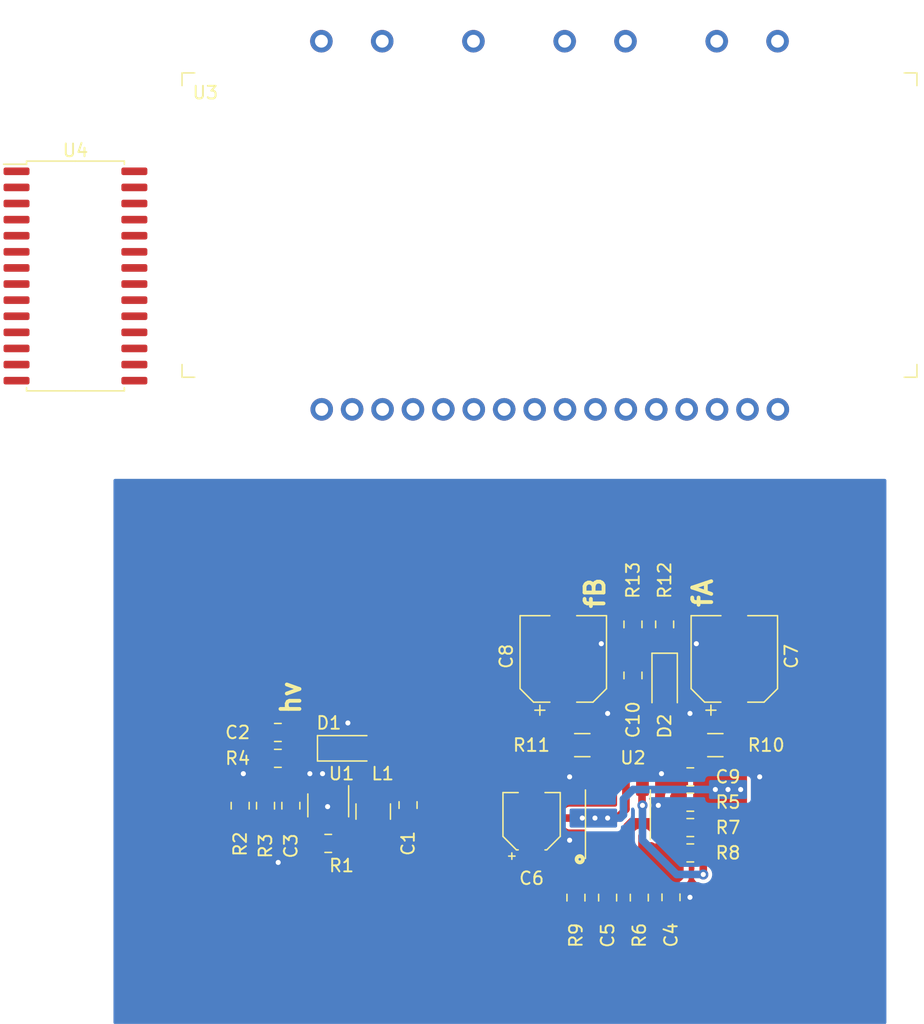
<source format=kicad_pcb>
(kicad_pcb (version 20171130) (host pcbnew 5.1.6)

  (general
    (thickness 1.6002)
    (drawings 4)
    (tracks 63)
    (zones 0)
    (modules 30)
    (nets 33)
  )

  (page A4)
  (title_block
    (rev 1)
  )

  (layers
    (0 Front signal)
    (31 Back signal)
    (34 B.Paste user)
    (35 F.Paste user)
    (36 B.SilkS user)
    (37 F.SilkS user)
    (38 B.Mask user)
    (39 F.Mask user)
    (44 Edge.Cuts user)
    (45 Margin user)
    (46 B.CrtYd user)
    (47 F.CrtYd user)
    (49 F.Fab user hide)
  )

  (setup
    (last_trace_width 0.25)
    (user_trace_width 0.1)
    (user_trace_width 0.2)
    (user_trace_width 0.5)
    (user_trace_width 0.6)
    (trace_clearance 0.25)
    (zone_clearance 0.3)
    (zone_45_only no)
    (trace_min 0.1)
    (via_size 0.8)
    (via_drill 0.4)
    (via_min_size 0.45)
    (via_min_drill 0.2)
    (user_via 0.45 0.2)
    (user_via 0.8 0.4)
    (uvia_size 0.8)
    (uvia_drill 0.4)
    (uvias_allowed no)
    (uvia_min_size 0)
    (uvia_min_drill 0)
    (edge_width 0.1)
    (segment_width 0.1)
    (pcb_text_width 0.3)
    (pcb_text_size 1.5 1.5)
    (mod_edge_width 0.1)
    (mod_text_size 0.8 0.8)
    (mod_text_width 0.1)
    (pad_size 1.524 1.524)
    (pad_drill 0.762)
    (pad_to_mask_clearance 0)
    (solder_mask_min_width 0.1)
    (aux_axis_origin 0 0)
    (visible_elements FFFFFF7F)
    (pcbplotparams
      (layerselection 0x010fc_ffffffff)
      (usegerberextensions false)
      (usegerberattributes false)
      (usegerberadvancedattributes false)
      (creategerberjobfile false)
      (excludeedgelayer true)
      (linewidth 0.152400)
      (plotframeref false)
      (viasonmask false)
      (mode 1)
      (useauxorigin false)
      (hpglpennumber 1)
      (hpglpenspeed 20)
      (hpglpendiameter 15.000000)
      (psnegative false)
      (psa4output false)
      (plotreference true)
      (plotvalue false)
      (plotinvisibletext false)
      (padsonsilk false)
      (subtractmaskfromsilk true)
      (outputformat 1)
      (mirror false)
      (drillshape 0)
      (scaleselection 1)
      (outputdirectory "./gerbers_for_aisler"))
  )

  (net 0 "")
  (net 1 GND)
  (net 2 "Net-(D1-Pad2)")
  (net 3 "/Universal VFD PSU by Rolo Kamp/~HV_SHDN~")
  (net 4 "Net-(R3-Pad1)")
  (net 5 "Net-(C3-Pad1)")
  (net 6 "Net-(C4-Pad1)")
  (net 7 "Net-(C5-Pad1)")
  (net 8 "Net-(C7-Pad1)")
  (net 9 "Net-(C8-Pad1)")
  (net 10 "Net-(C10-Pad1)")
  (net 11 "Net-(R5-Pad2)")
  (net 12 "Net-(R10-Pad2)")
  (net 13 "/Universal VFD PSU by Rolo Kamp/FIL_SHDN")
  (net 14 "Net-(R11-Pad2)")
  (net 15 +24V)
  (net 16 FILAMENT+)
  (net 17 FILAMENT-)
  (net 18 +5V)
  (net 19 /G1)
  (net 20 /G2)
  (net 21 /G3)
  (net 22 /G4)
  (net 23 /G5)
  (net 24 /a)
  (net 25 /f)
  (net 26 /b)
  (net 27 /d)
  (net 28 /db)
  (net 29 /c)
  (net 30 /e)
  (net 31 /g)
  (net 32 /dt)

  (net_class Default "This is the default net class."
    (clearance 0.25)
    (trace_width 0.25)
    (via_dia 0.8)
    (via_drill 0.4)
    (uvia_dia 0.8)
    (uvia_drill 0.4)
    (diff_pair_width 0.25)
    (diff_pair_gap 0.25)
    (add_net +24V)
    (add_net +5V)
    (add_net /G1)
    (add_net /G2)
    (add_net /G3)
    (add_net /G4)
    (add_net /G5)
    (add_net "/Universal VFD PSU by Rolo Kamp/FIL_SHDN")
    (add_net "/Universal VFD PSU by Rolo Kamp/~HV_SHDN~")
    (add_net /a)
    (add_net /b)
    (add_net /c)
    (add_net /d)
    (add_net /db)
    (add_net /dt)
    (add_net /e)
    (add_net /f)
    (add_net /g)
    (add_net FILAMENT+)
    (add_net FILAMENT-)
    (add_net GND)
    (add_net "Net-(C10-Pad1)")
    (add_net "Net-(C3-Pad1)")
    (add_net "Net-(C4-Pad1)")
    (add_net "Net-(C5-Pad1)")
    (add_net "Net-(C7-Pad1)")
    (add_net "Net-(C8-Pad1)")
    (add_net "Net-(D1-Pad2)")
    (add_net "Net-(R10-Pad2)")
    (add_net "Net-(R11-Pad2)")
    (add_net "Net-(R3-Pad1)")
    (add_net "Net-(R5-Pad2)")
  )

  (net_class Min ""
    (clearance 0.1)
    (trace_width 0.1)
    (via_dia 0.45)
    (via_drill 0.2)
    (uvia_dia 0.45)
    (uvia_drill 0.2)
    (diff_pair_width 0.12)
    (diff_pair_gap 0.12)
  )

  (module Package_SO:SOIC-8_3.9x4.9mm_P1.27mm (layer Front) (tedit 5D9F72B1) (tstamp 5F1BDADF)
    (at 130.81 70.485 90)
    (descr "SOIC, 8 Pin (JEDEC MS-012AA, https://www.analog.com/media/en/package-pcb-resources/package/pkg_pdf/soic_narrow-r/r_8.pdf), generated with kicad-footprint-generator ipc_gullwing_generator.py")
    (tags "SOIC SO")
    (path /5F189B7D/5F1B4DF1)
    (attr smd)
    (fp_text reference U2 (at 4.485 1.19 180) (layer F.SilkS)
      (effects (font (size 1 1) (thickness 0.15)))
    )
    (fp_text value LM4871MX_NOPB (at 0 3.4 90) (layer F.Fab)
      (effects (font (size 1 1) (thickness 0.15)))
    )
    (fp_line (start 3.7 -2.7) (end -3.7 -2.7) (layer F.CrtYd) (width 0.05))
    (fp_line (start 3.7 2.7) (end 3.7 -2.7) (layer F.CrtYd) (width 0.05))
    (fp_line (start -3.7 2.7) (end 3.7 2.7) (layer F.CrtYd) (width 0.05))
    (fp_line (start -3.7 -2.7) (end -3.7 2.7) (layer F.CrtYd) (width 0.05))
    (fp_line (start -1.95 -1.475) (end -0.975 -2.45) (layer F.Fab) (width 0.1))
    (fp_line (start -1.95 2.45) (end -1.95 -1.475) (layer F.Fab) (width 0.1))
    (fp_line (start 1.95 2.45) (end -1.95 2.45) (layer F.Fab) (width 0.1))
    (fp_line (start 1.95 -2.45) (end 1.95 2.45) (layer F.Fab) (width 0.1))
    (fp_line (start -0.975 -2.45) (end 1.95 -2.45) (layer F.Fab) (width 0.1))
    (fp_line (start 0 -2.56) (end -3.45 -2.56) (layer F.SilkS) (width 0.12))
    (fp_line (start 0 -2.56) (end 1.95 -2.56) (layer F.SilkS) (width 0.12))
    (fp_line (start 0 2.56) (end -1.95 2.56) (layer F.SilkS) (width 0.12))
    (fp_line (start 0 2.56) (end 1.95 2.56) (layer F.SilkS) (width 0.12))
    (fp_text user %R (at 0 0 90) (layer F.Fab)
      (effects (font (size 0.98 0.98) (thickness 0.15)))
    )
    (pad 8 smd roundrect (at 2.475 -1.905 90) (size 1.95 0.6) (layers Front F.Paste F.Mask) (roundrect_rratio 0.25)
      (net 14 "Net-(R11-Pad2)"))
    (pad 7 smd roundrect (at 2.475 -0.635 90) (size 1.95 0.6) (layers Front F.Paste F.Mask) (roundrect_rratio 0.25)
      (net 1 GND))
    (pad 6 smd roundrect (at 2.475 0.635 90) (size 1.95 0.6) (layers Front F.Paste F.Mask) (roundrect_rratio 0.25)
      (net 18 +5V))
    (pad 5 smd roundrect (at 2.475 1.905 90) (size 1.95 0.6) (layers Front F.Paste F.Mask) (roundrect_rratio 0.25)
      (net 12 "Net-(R10-Pad2)"))
    (pad 4 smd roundrect (at -2.475 1.905 90) (size 1.95 0.6) (layers Front F.Paste F.Mask) (roundrect_rratio 0.25)
      (net 6 "Net-(C4-Pad1)"))
    (pad 3 smd roundrect (at -2.475 0.635 90) (size 1.95 0.6) (layers Front F.Paste F.Mask) (roundrect_rratio 0.25)
      (net 11 "Net-(R5-Pad2)"))
    (pad 2 smd roundrect (at -2.475 -0.635 90) (size 1.95 0.6) (layers Front F.Paste F.Mask) (roundrect_rratio 0.25)
      (net 7 "Net-(C5-Pad1)"))
    (pad 1 smd roundrect (at -2.475 -1.905 90) (size 1.95 0.6) (layers Front F.Paste F.Mask) (roundrect_rratio 0.25)
      (net 13 "/Universal VFD PSU by Rolo Kamp/FIL_SHDN"))
    (model ${KISYS3DMOD}/Package_SO.3dshapes/SOIC-8_3.9x4.9mm_P1.27mm.wrl
      (at (xyz 0 0 0))
      (scale (xyz 1 1 1))
      (rotate (xyz 0 0 0))
    )
  )

  (module extra_libraries:IVL2-7_5 (layer Front) (tedit 5F19BF67) (tstamp 5F1A517D)
    (at 85.91042 6.48462)
    (path /5F192B05)
    (fp_text reference U3 (at 12.34186 7.0612) (layer F.SilkS)
      (effects (font (size 1 1) (thickness 0.15)))
    )
    (fp_text value IVL2-5_7 (at 15 9) (layer F.Fab)
      (effects (font (size 1 1) (thickness 0.15)))
    )
    (fp_line (start 10.5 29.5) (end 11.5 29.5) (layer F.SilkS) (width 0.12))
    (fp_line (start 10.5 28.5) (end 10.5 29.5) (layer F.SilkS) (width 0.12))
    (fp_line (start 68.5 29.5) (end 68.5 28.5) (layer F.SilkS) (width 0.12))
    (fp_line (start 67.5 29.5) (end 68.5 29.5) (layer F.SilkS) (width 0.12))
    (fp_line (start 68.5 5.5) (end 67.5 5.5) (layer F.SilkS) (width 0.12))
    (fp_line (start 68.5 6.5) (end 68.5 5.5) (layer F.SilkS) (width 0.12))
    (fp_line (start 10.5 5.5) (end 11.5 5.5) (layer F.SilkS) (width 0.12))
    (fp_line (start 10.5 6.5) (end 10.5 5.5) (layer F.SilkS) (width 0.12))
    (fp_line (start 3 16.5) (end 3 18.5) (layer F.Fab) (width 0.12))
    (fp_line (start 8 16.5) (end 10 13) (layer F.Fab) (width 0.12))
    (fp_line (start 3 16.5) (end 8 16.5) (layer F.Fab) (width 0.12))
    (fp_line (start 8 18.5) (end 3 18.5) (layer F.Fab) (width 0.12))
    (fp_line (start 10 22) (end 8 18.5) (layer F.Fab) (width 0.12))
    (fp_line (start 10 5) (end 10 30) (layer F.Fab) (width 0.12))
    (fp_line (start 69 5) (end 10 5) (layer F.Fab) (width 0.12))
    (fp_line (start 69 30) (end 69 5) (layer F.Fab) (width 0.12))
    (fp_line (start 10 30) (end 69 30) (layer F.Fab) (width 0.12))
    (pad 23 thru_hole circle (at 21.5 3) (size 1.778 1.778) (drill 1.016) (layers *.Cu *.Mask)
      (net 16 FILAMENT+))
    (pad 22 thru_hole circle (at 26.3 3) (size 1.778 1.778) (drill 1.016) (layers *.Cu *.Mask)
      (net 19 /G1))
    (pad 21 thru_hole circle (at 33.5 3) (size 1.778 1.778) (drill 1.016) (layers *.Cu *.Mask)
      (net 20 /G2))
    (pad 20 thru_hole circle (at 40.7 3) (size 1.778 1.778) (drill 1.016) (layers *.Cu *.Mask)
      (net 21 /G3))
    (pad 19 thru_hole circle (at 45.5 3) (size 1.778 1.778) (drill 1.016) (layers *.Cu *.Mask)
      (net 22 /G4))
    (pad 18 thru_hole circle (at 52.7 3) (size 1.778 1.778) (drill 1.016) (layers *.Cu *.Mask)
      (net 23 /G5))
    (pad 17 thru_hole circle (at 57.5 3) (size 1.778 1.778) (drill 1.016) (layers *.Cu *.Mask)
      (net 17 FILAMENT-))
    (pad 16 thru_hole circle (at 57.526646 32.03497) (size 1.778 1.778) (drill 1.016) (layers *.Cu *.Mask)
      (net 17 FILAMENT-))
    (pad 15 thru_hole circle (at 55.126646 32.03497) (size 1.778 1.778) (drill 1.016) (layers *.Cu *.Mask)
      (net 23 /G5))
    (pad 14 thru_hole circle (at 52.726646 32.03497) (size 1.778 1.778) (drill 1.016) (layers *.Cu *.Mask)
      (net 24 /a))
    (pad 13 thru_hole circle (at 50.326646 32.03497) (size 1.778 1.778) (drill 1.016) (layers *.Cu *.Mask)
      (net 25 /f))
    (pad 12 thru_hole circle (at 47.926646 32.03497) (size 1.778 1.778) (drill 1.016) (layers *.Cu *.Mask)
      (net 26 /b))
    (pad 11 thru_hole circle (at 45.526646 32.03497) (size 1.778 1.778) (drill 1.016) (layers *.Cu *.Mask)
      (net 22 /G4))
    (pad 10 thru_hole circle (at 43.126646 32.03497) (size 1.778 1.778) (drill 1.016) (layers *.Cu *.Mask)
      (net 27 /d))
    (pad 9 thru_hole circle (at 40.726646 32.03497) (size 1.778 1.778) (drill 1.016) (layers *.Cu *.Mask)
      (net 28 /db))
    (pad 8 thru_hole circle (at 38.326646 32.03497) (size 1.778 1.778) (drill 1.016) (layers *.Cu *.Mask)
      (net 21 /G3))
    (pad 7 thru_hole circle (at 35.926646 32.03497) (size 1.778 1.778) (drill 1.016) (layers *.Cu *.Mask)
      (net 29 /c))
    (pad 6 thru_hole circle (at 33.526646 32.03497) (size 1.778 1.778) (drill 1.016) (layers *.Cu *.Mask)
      (net 20 /G2))
    (pad 5 thru_hole circle (at 31.126646 32.03497) (size 1.778 1.778) (drill 1.016) (layers *.Cu *.Mask)
      (net 30 /e))
    (pad 4 thru_hole circle (at 28.726646 32.03497) (size 1.778 1.778) (drill 1.016) (layers *.Cu *.Mask)
      (net 31 /g))
    (pad 3 thru_hole circle (at 26.326646 32.03497) (size 1.778 1.778) (drill 1.016) (layers *.Cu *.Mask)
      (net 32 /dt))
    (pad 2 thru_hole circle (at 23.926646 32.03497) (size 1.778 1.778) (drill 1.016) (layers *.Cu *.Mask)
      (net 19 /G1))
    (pad 1 thru_hole circle (at 21.526646 32.03497) (size 1.778 1.778) (drill 1.016) (layers *.Cu *.Mask)
      (net 16 FILAMENT+))
  )

  (module Package_SO:SOIC-28W_7.5x17.9mm_P1.27mm (layer Front) (tedit 5D9F72B1) (tstamp 5F1A2EDD)
    (at 88 28)
    (descr "SOIC, 28 Pin (JEDEC MS-013AE, https://www.analog.com/media/en/package-pcb-resources/package/35833120341221rw_28.pdf), generated with kicad-footprint-generator ipc_gullwing_generator.py")
    (tags "SOIC SO")
    (path /5F19BBE0)
    (attr smd)
    (fp_text reference U4 (at 0 -9.9) (layer F.SilkS)
      (effects (font (size 1 1) (thickness 0.15)))
    )
    (fp_text value HV5812WG (at 0 9.9) (layer F.Fab)
      (effects (font (size 1 1) (thickness 0.15)))
    )
    (fp_line (start 5.93 -9.2) (end -5.93 -9.2) (layer F.CrtYd) (width 0.05))
    (fp_line (start 5.93 9.2) (end 5.93 -9.2) (layer F.CrtYd) (width 0.05))
    (fp_line (start -5.93 9.2) (end 5.93 9.2) (layer F.CrtYd) (width 0.05))
    (fp_line (start -5.93 -9.2) (end -5.93 9.2) (layer F.CrtYd) (width 0.05))
    (fp_line (start -3.75 -7.95) (end -2.75 -8.95) (layer F.Fab) (width 0.1))
    (fp_line (start -3.75 8.95) (end -3.75 -7.95) (layer F.Fab) (width 0.1))
    (fp_line (start 3.75 8.95) (end -3.75 8.95) (layer F.Fab) (width 0.1))
    (fp_line (start 3.75 -8.95) (end 3.75 8.95) (layer F.Fab) (width 0.1))
    (fp_line (start -2.75 -8.95) (end 3.75 -8.95) (layer F.Fab) (width 0.1))
    (fp_line (start -3.86 -8.815) (end -5.675 -8.815) (layer F.SilkS) (width 0.12))
    (fp_line (start -3.86 -9.06) (end -3.86 -8.815) (layer F.SilkS) (width 0.12))
    (fp_line (start 0 -9.06) (end -3.86 -9.06) (layer F.SilkS) (width 0.12))
    (fp_line (start 3.86 -9.06) (end 3.86 -8.815) (layer F.SilkS) (width 0.12))
    (fp_line (start 0 -9.06) (end 3.86 -9.06) (layer F.SilkS) (width 0.12))
    (fp_line (start -3.86 9.06) (end -3.86 8.815) (layer F.SilkS) (width 0.12))
    (fp_line (start 0 9.06) (end -3.86 9.06) (layer F.SilkS) (width 0.12))
    (fp_line (start 3.86 9.06) (end 3.86 8.815) (layer F.SilkS) (width 0.12))
    (fp_line (start 0 9.06) (end 3.86 9.06) (layer F.SilkS) (width 0.12))
    (fp_text user %R (at 0 0) (layer F.Fab)
      (effects (font (size 1 1) (thickness 0.15)))
    )
    (pad 28 smd roundrect (at 4.65 -8.255) (size 2.05 0.6) (layers Front F.Paste F.Mask) (roundrect_rratio 0.25)
      (net 18 +5V))
    (pad 27 smd roundrect (at 4.65 -6.985) (size 2.05 0.6) (layers Front F.Paste F.Mask) (roundrect_rratio 0.25))
    (pad 26 smd roundrect (at 4.65 -5.715) (size 2.05 0.6) (layers Front F.Paste F.Mask) (roundrect_rratio 0.25)
      (net 23 /G5))
    (pad 25 smd roundrect (at 4.65 -4.445) (size 2.05 0.6) (layers Front F.Paste F.Mask) (roundrect_rratio 0.25)
      (net 24 /a))
    (pad 24 smd roundrect (at 4.65 -3.175) (size 2.05 0.6) (layers Front F.Paste F.Mask) (roundrect_rratio 0.25)
      (net 25 /f))
    (pad 23 smd roundrect (at 4.65 -1.905) (size 2.05 0.6) (layers Front F.Paste F.Mask) (roundrect_rratio 0.25)
      (net 26 /b))
    (pad 22 smd roundrect (at 4.65 -0.635) (size 2.05 0.6) (layers Front F.Paste F.Mask) (roundrect_rratio 0.25)
      (net 22 /G4))
    (pad 21 smd roundrect (at 4.65 0.635) (size 2.05 0.6) (layers Front F.Paste F.Mask) (roundrect_rratio 0.25)
      (net 27 /d))
    (pad 20 smd roundrect (at 4.65 1.905) (size 2.05 0.6) (layers Front F.Paste F.Mask) (roundrect_rratio 0.25)
      (net 28 /db))
    (pad 19 smd roundrect (at 4.65 3.175) (size 2.05 0.6) (layers Front F.Paste F.Mask) (roundrect_rratio 0.25)
      (net 21 /G3))
    (pad 18 smd roundrect (at 4.65 4.445) (size 2.05 0.6) (layers Front F.Paste F.Mask) (roundrect_rratio 0.25)
      (net 29 /c))
    (pad 17 smd roundrect (at 4.65 5.715) (size 2.05 0.6) (layers Front F.Paste F.Mask) (roundrect_rratio 0.25)
      (net 20 /G2))
    (pad 16 smd roundrect (at 4.65 6.985) (size 2.05 0.6) (layers Front F.Paste F.Mask) (roundrect_rratio 0.25))
    (pad 15 smd roundrect (at 4.65 8.255) (size 2.05 0.6) (layers Front F.Paste F.Mask) (roundrect_rratio 0.25))
    (pad 14 smd roundrect (at -4.65 8.255) (size 2.05 0.6) (layers Front F.Paste F.Mask) (roundrect_rratio 0.25)
      (net 1 GND))
    (pad 13 smd roundrect (at -4.65 6.985) (size 2.05 0.6) (layers Front F.Paste F.Mask) (roundrect_rratio 0.25))
    (pad 12 smd roundrect (at -4.65 5.715) (size 2.05 0.6) (layers Front F.Paste F.Mask) (roundrect_rratio 0.25)
      (net 30 /e))
    (pad 11 smd roundrect (at -4.65 4.445) (size 2.05 0.6) (layers Front F.Paste F.Mask) (roundrect_rratio 0.25)
      (net 31 /g))
    (pad 10 smd roundrect (at -4.65 3.175) (size 2.05 0.6) (layers Front F.Paste F.Mask) (roundrect_rratio 0.25)
      (net 32 /dt))
    (pad 9 smd roundrect (at -4.65 1.905) (size 2.05 0.6) (layers Front F.Paste F.Mask) (roundrect_rratio 0.25)
      (net 19 /G1))
    (pad 8 smd roundrect (at -4.65 0.635) (size 2.05 0.6) (layers Front F.Paste F.Mask) (roundrect_rratio 0.25))
    (pad 7 smd roundrect (at -4.65 -0.635) (size 2.05 0.6) (layers Front F.Paste F.Mask) (roundrect_rratio 0.25))
    (pad 6 smd roundrect (at -4.65 -1.905) (size 2.05 0.6) (layers Front F.Paste F.Mask) (roundrect_rratio 0.25))
    (pad 5 smd roundrect (at -4.65 -3.175) (size 2.05 0.6) (layers Front F.Paste F.Mask) (roundrect_rratio 0.25))
    (pad 4 smd roundrect (at -4.65 -4.445) (size 2.05 0.6) (layers Front F.Paste F.Mask) (roundrect_rratio 0.25))
    (pad 3 smd roundrect (at -4.65 -5.715) (size 2.05 0.6) (layers Front F.Paste F.Mask) (roundrect_rratio 0.25))
    (pad 2 smd roundrect (at -4.65 -6.985) (size 2.05 0.6) (layers Front F.Paste F.Mask) (roundrect_rratio 0.25))
    (pad 1 smd roundrect (at -4.65 -8.255) (size 2.05 0.6) (layers Front F.Paste F.Mask) (roundrect_rratio 0.25)
      (net 15 +24V))
    (model ${KISYS3DMOD}/Package_SO.3dshapes/SOIC-28W_7.5x17.9mm_P1.27mm.wrl
      (at (xyz 0 0 0))
      (scale (xyz 1 1 1))
      (rotate (xyz 0 0 0))
    )
  )

  (module Resistor_SMD:R_0805_2012Metric_Pad1.15x1.40mm_HandSolder (layer Front) (tedit 5B36C52B) (tstamp 5F1B7228)
    (at 132 55.475 90)
    (descr "Resistor SMD 0805 (2012 Metric), square (rectangular) end terminal, IPC_7351 nominal with elongated pad for handsoldering. (Body size source: https://docs.google.com/spreadsheets/d/1BsfQQcO9C6DZCsRaXUlFlo91Tg2WpOkGARC1WS5S8t0/edit?usp=sharing), generated with kicad-footprint-generator")
    (tags "resistor handsolder")
    (path /5F189B7D/5F1CCD85)
    (attr smd)
    (fp_text reference R13 (at 3.475 0 90) (layer F.SilkS)
      (effects (font (size 1 1) (thickness 0.15)))
    )
    (fp_text value 220Ω (at 0 1.65 90) (layer F.Fab)
      (effects (font (size 1 1) (thickness 0.15)))
    )
    (fp_line (start -1 0.6) (end -1 -0.6) (layer F.Fab) (width 0.1))
    (fp_line (start -1 -0.6) (end 1 -0.6) (layer F.Fab) (width 0.1))
    (fp_line (start 1 -0.6) (end 1 0.6) (layer F.Fab) (width 0.1))
    (fp_line (start 1 0.6) (end -1 0.6) (layer F.Fab) (width 0.1))
    (fp_line (start -0.261252 -0.71) (end 0.261252 -0.71) (layer F.SilkS) (width 0.12))
    (fp_line (start -0.261252 0.71) (end 0.261252 0.71) (layer F.SilkS) (width 0.12))
    (fp_line (start -1.85 0.95) (end -1.85 -0.95) (layer F.CrtYd) (width 0.05))
    (fp_line (start -1.85 -0.95) (end 1.85 -0.95) (layer F.CrtYd) (width 0.05))
    (fp_line (start 1.85 -0.95) (end 1.85 0.95) (layer F.CrtYd) (width 0.05))
    (fp_line (start 1.85 0.95) (end -1.85 0.95) (layer F.CrtYd) (width 0.05))
    (fp_text user %R (at 0 0 90) (layer F.Fab)
      (effects (font (size 0.5 0.5) (thickness 0.08)))
    )
    (pad 2 smd roundrect (at 1.025 0 90) (size 1.15 1.4) (layers Front F.Paste F.Mask) (roundrect_rratio 0.217391)
      (net 17 FILAMENT-))
    (pad 1 smd roundrect (at -1.025 0 90) (size 1.15 1.4) (layers Front F.Paste F.Mask) (roundrect_rratio 0.217391)
      (net 10 "Net-(C10-Pad1)"))
    (model ${KISYS3DMOD}/Resistor_SMD.3dshapes/R_0805_2012Metric.wrl
      (at (xyz 0 0 0))
      (scale (xyz 1 1 1))
      (rotate (xyz 0 0 0))
    )
  )

  (module Resistor_SMD:R_0805_2012Metric_Pad1.15x1.40mm_HandSolder (layer Front) (tedit 5B36C52B) (tstamp 5F1B71F8)
    (at 134.5 55.475 90)
    (descr "Resistor SMD 0805 (2012 Metric), square (rectangular) end terminal, IPC_7351 nominal with elongated pad for handsoldering. (Body size source: https://docs.google.com/spreadsheets/d/1BsfQQcO9C6DZCsRaXUlFlo91Tg2WpOkGARC1WS5S8t0/edit?usp=sharing), generated with kicad-footprint-generator")
    (tags "resistor handsolder")
    (path /5F189B7D/5F1CCFC3)
    (attr smd)
    (fp_text reference R12 (at 3.475 0 90) (layer F.SilkS)
      (effects (font (size 1 1) (thickness 0.15)))
    )
    (fp_text value 220Ω (at 0 1.65 90) (layer F.Fab)
      (effects (font (size 1 1) (thickness 0.15)))
    )
    (fp_line (start -1 0.6) (end -1 -0.6) (layer F.Fab) (width 0.1))
    (fp_line (start -1 -0.6) (end 1 -0.6) (layer F.Fab) (width 0.1))
    (fp_line (start 1 -0.6) (end 1 0.6) (layer F.Fab) (width 0.1))
    (fp_line (start 1 0.6) (end -1 0.6) (layer F.Fab) (width 0.1))
    (fp_line (start -0.261252 -0.71) (end 0.261252 -0.71) (layer F.SilkS) (width 0.12))
    (fp_line (start -0.261252 0.71) (end 0.261252 0.71) (layer F.SilkS) (width 0.12))
    (fp_line (start -1.85 0.95) (end -1.85 -0.95) (layer F.CrtYd) (width 0.05))
    (fp_line (start -1.85 -0.95) (end 1.85 -0.95) (layer F.CrtYd) (width 0.05))
    (fp_line (start 1.85 -0.95) (end 1.85 0.95) (layer F.CrtYd) (width 0.05))
    (fp_line (start 1.85 0.95) (end -1.85 0.95) (layer F.CrtYd) (width 0.05))
    (fp_text user %R (at 0 0 90) (layer F.Fab)
      (effects (font (size 0.5 0.5) (thickness 0.08)))
    )
    (pad 2 smd roundrect (at 1.025 0 90) (size 1.15 1.4) (layers Front F.Paste F.Mask) (roundrect_rratio 0.217391)
      (net 16 FILAMENT+))
    (pad 1 smd roundrect (at -1.025 0 90) (size 1.15 1.4) (layers Front F.Paste F.Mask) (roundrect_rratio 0.217391)
      (net 10 "Net-(C10-Pad1)"))
    (model ${KISYS3DMOD}/Resistor_SMD.3dshapes/R_0805_2012Metric.wrl
      (at (xyz 0 0 0))
      (scale (xyz 1 1 1))
      (rotate (xyz 0 0 0))
    )
  )

  (module Resistor_SMD:R_1206_3216Metric_Pad1.42x1.75mm_HandSolder (layer Front) (tedit 5B301BBD) (tstamp 5F190CF2)
    (at 128 65)
    (descr "Resistor SMD 1206 (3216 Metric), square (rectangular) end terminal, IPC_7351 nominal with elongated pad for handsoldering. (Body size source: http://www.tortai-tech.com/upload/download/2011102023233369053.pdf), generated with kicad-footprint-generator")
    (tags "resistor handsolder")
    (path /5F189B7D/5F1CC9C1)
    (attr smd)
    (fp_text reference R11 (at -4.0125 0) (layer F.SilkS)
      (effects (font (size 1 1) (thickness 0.15)))
    )
    (fp_text value 10Ω (at 0 1.82) (layer F.Fab)
      (effects (font (size 1 1) (thickness 0.15)))
    )
    (fp_line (start -1.6 0.8) (end -1.6 -0.8) (layer F.Fab) (width 0.1))
    (fp_line (start -1.6 -0.8) (end 1.6 -0.8) (layer F.Fab) (width 0.1))
    (fp_line (start 1.6 -0.8) (end 1.6 0.8) (layer F.Fab) (width 0.1))
    (fp_line (start 1.6 0.8) (end -1.6 0.8) (layer F.Fab) (width 0.1))
    (fp_line (start -0.602064 -0.91) (end 0.602064 -0.91) (layer F.SilkS) (width 0.12))
    (fp_line (start -0.602064 0.91) (end 0.602064 0.91) (layer F.SilkS) (width 0.12))
    (fp_line (start -2.45 1.12) (end -2.45 -1.12) (layer F.CrtYd) (width 0.05))
    (fp_line (start -2.45 -1.12) (end 2.45 -1.12) (layer F.CrtYd) (width 0.05))
    (fp_line (start 2.45 -1.12) (end 2.45 1.12) (layer F.CrtYd) (width 0.05))
    (fp_line (start 2.45 1.12) (end -2.45 1.12) (layer F.CrtYd) (width 0.05))
    (fp_text user %R (at 0 0) (layer F.Fab)
      (effects (font (size 0.8 0.8) (thickness 0.12)))
    )
    (pad 2 smd roundrect (at 1.4875 0) (size 1.425 1.75) (layers Front F.Paste F.Mask) (roundrect_rratio 0.175439)
      (net 14 "Net-(R11-Pad2)"))
    (pad 1 smd roundrect (at -1.4875 0) (size 1.425 1.75) (layers Front F.Paste F.Mask) (roundrect_rratio 0.175439)
      (net 9 "Net-(C8-Pad1)"))
    (model ${KISYS3DMOD}/Resistor_SMD.3dshapes/R_1206_3216Metric.wrl
      (at (xyz 0 0 0))
      (scale (xyz 1 1 1))
      (rotate (xyz 0 0 0))
    )
  )

  (module Resistor_SMD:R_1206_3216Metric_Pad1.42x1.75mm_HandSolder (layer Front) (tedit 5B301BBD) (tstamp 5F190CE1)
    (at 138.5 65 180)
    (descr "Resistor SMD 1206 (3216 Metric), square (rectangular) end terminal, IPC_7351 nominal with elongated pad for handsoldering. (Body size source: http://www.tortai-tech.com/upload/download/2011102023233369053.pdf), generated with kicad-footprint-generator")
    (tags "resistor handsolder")
    (path /5F189B7D/5F1CC732)
    (attr smd)
    (fp_text reference R10 (at -4.0125 0) (layer F.SilkS)
      (effects (font (size 1 1) (thickness 0.15)))
    )
    (fp_text value 10Ω (at 0 1.82) (layer F.Fab)
      (effects (font (size 1 1) (thickness 0.15)))
    )
    (fp_line (start -1.6 0.8) (end -1.6 -0.8) (layer F.Fab) (width 0.1))
    (fp_line (start -1.6 -0.8) (end 1.6 -0.8) (layer F.Fab) (width 0.1))
    (fp_line (start 1.6 -0.8) (end 1.6 0.8) (layer F.Fab) (width 0.1))
    (fp_line (start 1.6 0.8) (end -1.6 0.8) (layer F.Fab) (width 0.1))
    (fp_line (start -0.602064 -0.91) (end 0.602064 -0.91) (layer F.SilkS) (width 0.12))
    (fp_line (start -0.602064 0.91) (end 0.602064 0.91) (layer F.SilkS) (width 0.12))
    (fp_line (start -2.45 1.12) (end -2.45 -1.12) (layer F.CrtYd) (width 0.05))
    (fp_line (start -2.45 -1.12) (end 2.45 -1.12) (layer F.CrtYd) (width 0.05))
    (fp_line (start 2.45 -1.12) (end 2.45 1.12) (layer F.CrtYd) (width 0.05))
    (fp_line (start 2.45 1.12) (end -2.45 1.12) (layer F.CrtYd) (width 0.05))
    (fp_text user %R (at 0 0) (layer F.Fab)
      (effects (font (size 0.8 0.8) (thickness 0.12)))
    )
    (pad 2 smd roundrect (at 1.4875 0 180) (size 1.425 1.75) (layers Front F.Paste F.Mask) (roundrect_rratio 0.175439)
      (net 12 "Net-(R10-Pad2)"))
    (pad 1 smd roundrect (at -1.4875 0 180) (size 1.425 1.75) (layers Front F.Paste F.Mask) (roundrect_rratio 0.175439)
      (net 8 "Net-(C7-Pad1)"))
    (model ${KISYS3DMOD}/Resistor_SMD.3dshapes/R_1206_3216Metric.wrl
      (at (xyz 0 0 0))
      (scale (xyz 1 1 1))
      (rotate (xyz 0 0 0))
    )
  )

  (module Resistor_SMD:R_0805_2012Metric_Pad1.15x1.40mm_HandSolder (layer Front) (tedit 5B36C52B) (tstamp 5F190CD0)
    (at 127.5 77.025 270)
    (descr "Resistor SMD 0805 (2012 Metric), square (rectangular) end terminal, IPC_7351 nominal with elongated pad for handsoldering. (Body size source: https://docs.google.com/spreadsheets/d/1BsfQQcO9C6DZCsRaXUlFlo91Tg2WpOkGARC1WS5S8t0/edit?usp=sharing), generated with kicad-footprint-generator")
    (tags "resistor handsolder")
    (path /5F189B7D/5F1B863B)
    (attr smd)
    (fp_text reference R9 (at 2.975 0 90) (layer F.SilkS)
      (effects (font (size 1 1) (thickness 0.15)))
    )
    (fp_text value 10kΩ (at 0 1.65 90) (layer F.Fab)
      (effects (font (size 1 1) (thickness 0.15)))
    )
    (fp_line (start -1 0.6) (end -1 -0.6) (layer F.Fab) (width 0.1))
    (fp_line (start -1 -0.6) (end 1 -0.6) (layer F.Fab) (width 0.1))
    (fp_line (start 1 -0.6) (end 1 0.6) (layer F.Fab) (width 0.1))
    (fp_line (start 1 0.6) (end -1 0.6) (layer F.Fab) (width 0.1))
    (fp_line (start -0.261252 -0.71) (end 0.261252 -0.71) (layer F.SilkS) (width 0.12))
    (fp_line (start -0.261252 0.71) (end 0.261252 0.71) (layer F.SilkS) (width 0.12))
    (fp_line (start -1.85 0.95) (end -1.85 -0.95) (layer F.CrtYd) (width 0.05))
    (fp_line (start -1.85 -0.95) (end 1.85 -0.95) (layer F.CrtYd) (width 0.05))
    (fp_line (start 1.85 -0.95) (end 1.85 0.95) (layer F.CrtYd) (width 0.05))
    (fp_line (start 1.85 0.95) (end -1.85 0.95) (layer F.CrtYd) (width 0.05))
    (fp_text user %R (at 0 0 90) (layer F.Fab)
      (effects (font (size 0.5 0.5) (thickness 0.08)))
    )
    (pad 2 smd roundrect (at 1.025 0 270) (size 1.15 1.4) (layers Front F.Paste F.Mask) (roundrect_rratio 0.217391)
      (net 1 GND))
    (pad 1 smd roundrect (at -1.025 0 270) (size 1.15 1.4) (layers Front F.Paste F.Mask) (roundrect_rratio 0.217391)
      (net 13 "/Universal VFD PSU by Rolo Kamp/FIL_SHDN"))
    (model ${KISYS3DMOD}/Resistor_SMD.3dshapes/R_0805_2012Metric.wrl
      (at (xyz 0 0 0))
      (scale (xyz 1 1 1))
      (rotate (xyz 0 0 0))
    )
  )

  (module Resistor_SMD:R_0805_2012Metric_Pad1.15x1.40mm_HandSolder (layer Front) (tedit 5B36C52B) (tstamp 5F1B10E9)
    (at 136.525 73.5)
    (descr "Resistor SMD 0805 (2012 Metric), square (rectangular) end terminal, IPC_7351 nominal with elongated pad for handsoldering. (Body size source: https://docs.google.com/spreadsheets/d/1BsfQQcO9C6DZCsRaXUlFlo91Tg2WpOkGARC1WS5S8t0/edit?usp=sharing), generated with kicad-footprint-generator")
    (tags "resistor handsolder")
    (path /5F189B7D/5F1C37ED)
    (attr smd)
    (fp_text reference R8 (at 2.975 0) (layer F.SilkS)
      (effects (font (size 1 1) (thickness 0.15)))
    )
    (fp_text value 2.2kΩ (at 0 1.65) (layer F.Fab)
      (effects (font (size 1 1) (thickness 0.15)))
    )
    (fp_line (start -1 0.6) (end -1 -0.6) (layer F.Fab) (width 0.1))
    (fp_line (start -1 -0.6) (end 1 -0.6) (layer F.Fab) (width 0.1))
    (fp_line (start 1 -0.6) (end 1 0.6) (layer F.Fab) (width 0.1))
    (fp_line (start 1 0.6) (end -1 0.6) (layer F.Fab) (width 0.1))
    (fp_line (start -0.261252 -0.71) (end 0.261252 -0.71) (layer F.SilkS) (width 0.12))
    (fp_line (start -0.261252 0.71) (end 0.261252 0.71) (layer F.SilkS) (width 0.12))
    (fp_line (start -1.85 0.95) (end -1.85 -0.95) (layer F.CrtYd) (width 0.05))
    (fp_line (start -1.85 -0.95) (end 1.85 -0.95) (layer F.CrtYd) (width 0.05))
    (fp_line (start 1.85 -0.95) (end 1.85 0.95) (layer F.CrtYd) (width 0.05))
    (fp_line (start 1.85 0.95) (end -1.85 0.95) (layer F.CrtYd) (width 0.05))
    (fp_text user %R (at 0 0) (layer F.Fab)
      (effects (font (size 0.5 0.5) (thickness 0.08)))
    )
    (pad 2 smd roundrect (at 1.025 0) (size 1.15 1.4) (layers Front F.Paste F.Mask) (roundrect_rratio 0.217391)
      (net 12 "Net-(R10-Pad2)"))
    (pad 1 smd roundrect (at -1.025 0) (size 1.15 1.4) (layers Front F.Paste F.Mask) (roundrect_rratio 0.217391)
      (net 6 "Net-(C4-Pad1)"))
    (model ${KISYS3DMOD}/Resistor_SMD.3dshapes/R_0805_2012Metric.wrl
      (at (xyz 0 0 0))
      (scale (xyz 1 1 1))
      (rotate (xyz 0 0 0))
    )
  )

  (module Resistor_SMD:R_0805_2012Metric_Pad1.15x1.40mm_HandSolder (layer Front) (tedit 5B36C52B) (tstamp 5F1B10B0)
    (at 136.525 71.5 180)
    (descr "Resistor SMD 0805 (2012 Metric), square (rectangular) end terminal, IPC_7351 nominal with elongated pad for handsoldering. (Body size source: https://docs.google.com/spreadsheets/d/1BsfQQcO9C6DZCsRaXUlFlo91Tg2WpOkGARC1WS5S8t0/edit?usp=sharing), generated with kicad-footprint-generator")
    (tags "resistor handsolder")
    (path /5F189B7D/5F1C3B8B)
    (attr smd)
    (fp_text reference R7 (at -2.975 0) (layer F.SilkS)
      (effects (font (size 1 1) (thickness 0.15)))
    )
    (fp_text value 10kΩ (at 0 1.65) (layer F.Fab)
      (effects (font (size 1 1) (thickness 0.15)))
    )
    (fp_line (start -1 0.6) (end -1 -0.6) (layer F.Fab) (width 0.1))
    (fp_line (start -1 -0.6) (end 1 -0.6) (layer F.Fab) (width 0.1))
    (fp_line (start 1 -0.6) (end 1 0.6) (layer F.Fab) (width 0.1))
    (fp_line (start 1 0.6) (end -1 0.6) (layer F.Fab) (width 0.1))
    (fp_line (start -0.261252 -0.71) (end 0.261252 -0.71) (layer F.SilkS) (width 0.12))
    (fp_line (start -0.261252 0.71) (end 0.261252 0.71) (layer F.SilkS) (width 0.12))
    (fp_line (start -1.85 0.95) (end -1.85 -0.95) (layer F.CrtYd) (width 0.05))
    (fp_line (start -1.85 -0.95) (end 1.85 -0.95) (layer F.CrtYd) (width 0.05))
    (fp_line (start 1.85 -0.95) (end 1.85 0.95) (layer F.CrtYd) (width 0.05))
    (fp_line (start 1.85 0.95) (end -1.85 0.95) (layer F.CrtYd) (width 0.05))
    (fp_text user %R (at 0 0) (layer F.Fab)
      (effects (font (size 0.5 0.5) (thickness 0.08)))
    )
    (pad 2 smd roundrect (at 1.025 0 180) (size 1.15 1.4) (layers Front F.Paste F.Mask) (roundrect_rratio 0.217391)
      (net 11 "Net-(R5-Pad2)"))
    (pad 1 smd roundrect (at -1.025 0 180) (size 1.15 1.4) (layers Front F.Paste F.Mask) (roundrect_rratio 0.217391)
      (net 12 "Net-(R10-Pad2)"))
    (model ${KISYS3DMOD}/Resistor_SMD.3dshapes/R_0805_2012Metric.wrl
      (at (xyz 0 0 0))
      (scale (xyz 1 1 1))
      (rotate (xyz 0 0 0))
    )
  )

  (module Resistor_SMD:R_0805_2012Metric_Pad1.15x1.40mm_HandSolder (layer Front) (tedit 5B36C52B) (tstamp 5F190C9D)
    (at 132.5 77.025 270)
    (descr "Resistor SMD 0805 (2012 Metric), square (rectangular) end terminal, IPC_7351 nominal with elongated pad for handsoldering. (Body size source: https://docs.google.com/spreadsheets/d/1BsfQQcO9C6DZCsRaXUlFlo91Tg2WpOkGARC1WS5S8t0/edit?usp=sharing), generated with kicad-footprint-generator")
    (tags "resistor handsolder")
    (path /5F189B7D/5F1BFECA)
    (attr smd)
    (fp_text reference R6 (at 2.975 0 90) (layer F.SilkS)
      (effects (font (size 1 1) (thickness 0.15)))
    )
    (fp_text value 10kΩ (at 0 1.65 90) (layer F.Fab)
      (effects (font (size 1 1) (thickness 0.15)))
    )
    (fp_line (start -1 0.6) (end -1 -0.6) (layer F.Fab) (width 0.1))
    (fp_line (start -1 -0.6) (end 1 -0.6) (layer F.Fab) (width 0.1))
    (fp_line (start 1 -0.6) (end 1 0.6) (layer F.Fab) (width 0.1))
    (fp_line (start 1 0.6) (end -1 0.6) (layer F.Fab) (width 0.1))
    (fp_line (start -0.261252 -0.71) (end 0.261252 -0.71) (layer F.SilkS) (width 0.12))
    (fp_line (start -0.261252 0.71) (end 0.261252 0.71) (layer F.SilkS) (width 0.12))
    (fp_line (start -1.85 0.95) (end -1.85 -0.95) (layer F.CrtYd) (width 0.05))
    (fp_line (start -1.85 -0.95) (end 1.85 -0.95) (layer F.CrtYd) (width 0.05))
    (fp_line (start 1.85 -0.95) (end 1.85 0.95) (layer F.CrtYd) (width 0.05))
    (fp_line (start 1.85 0.95) (end -1.85 0.95) (layer F.CrtYd) (width 0.05))
    (fp_text user %R (at 0 0 90) (layer F.Fab)
      (effects (font (size 0.5 0.5) (thickness 0.08)))
    )
    (pad 2 smd roundrect (at 1.025 0 270) (size 1.15 1.4) (layers Front F.Paste F.Mask) (roundrect_rratio 0.217391)
      (net 1 GND))
    (pad 1 smd roundrect (at -1.025 0 270) (size 1.15 1.4) (layers Front F.Paste F.Mask) (roundrect_rratio 0.217391)
      (net 11 "Net-(R5-Pad2)"))
    (model ${KISYS3DMOD}/Resistor_SMD.3dshapes/R_0805_2012Metric.wrl
      (at (xyz 0 0 0))
      (scale (xyz 1 1 1))
      (rotate (xyz 0 0 0))
    )
  )

  (module Resistor_SMD:R_0805_2012Metric_Pad1.15x1.40mm_HandSolder (layer Front) (tedit 5B36C52B) (tstamp 5F1B100B)
    (at 136.525 69.5 180)
    (descr "Resistor SMD 0805 (2012 Metric), square (rectangular) end terminal, IPC_7351 nominal with elongated pad for handsoldering. (Body size source: https://docs.google.com/spreadsheets/d/1BsfQQcO9C6DZCsRaXUlFlo91Tg2WpOkGARC1WS5S8t0/edit?usp=sharing), generated with kicad-footprint-generator")
    (tags "resistor handsolder")
    (path /5F189B7D/5F1C02D4)
    (attr smd)
    (fp_text reference R5 (at -2.975 0) (layer F.SilkS)
      (effects (font (size 1 1) (thickness 0.15)))
    )
    (fp_text value 10kΩ (at 0 1.65) (layer F.Fab)
      (effects (font (size 1 1) (thickness 0.15)))
    )
    (fp_line (start -1 0.6) (end -1 -0.6) (layer F.Fab) (width 0.1))
    (fp_line (start -1 -0.6) (end 1 -0.6) (layer F.Fab) (width 0.1))
    (fp_line (start 1 -0.6) (end 1 0.6) (layer F.Fab) (width 0.1))
    (fp_line (start 1 0.6) (end -1 0.6) (layer F.Fab) (width 0.1))
    (fp_line (start -0.261252 -0.71) (end 0.261252 -0.71) (layer F.SilkS) (width 0.12))
    (fp_line (start -0.261252 0.71) (end 0.261252 0.71) (layer F.SilkS) (width 0.12))
    (fp_line (start -1.85 0.95) (end -1.85 -0.95) (layer F.CrtYd) (width 0.05))
    (fp_line (start -1.85 -0.95) (end 1.85 -0.95) (layer F.CrtYd) (width 0.05))
    (fp_line (start 1.85 -0.95) (end 1.85 0.95) (layer F.CrtYd) (width 0.05))
    (fp_line (start 1.85 0.95) (end -1.85 0.95) (layer F.CrtYd) (width 0.05))
    (fp_text user %R (at 0 0) (layer F.Fab)
      (effects (font (size 0.5 0.5) (thickness 0.08)))
    )
    (pad 2 smd roundrect (at 1.025 0 180) (size 1.15 1.4) (layers Front F.Paste F.Mask) (roundrect_rratio 0.217391)
      (net 11 "Net-(R5-Pad2)"))
    (pad 1 smd roundrect (at -1.025 0 180) (size 1.15 1.4) (layers Front F.Paste F.Mask) (roundrect_rratio 0.217391)
      (net 18 +5V))
    (model ${KISYS3DMOD}/Resistor_SMD.3dshapes/R_0805_2012Metric.wrl
      (at (xyz 0 0 0))
      (scale (xyz 1 1 1))
      (rotate (xyz 0 0 0))
    )
  )

  (module Diode_SMD:D_SOD-123 (layer Front) (tedit 58645DC7) (tstamp 5F1B7311)
    (at 134.5 60 270)
    (descr SOD-123)
    (tags SOD-123)
    (path /5F189B7D/5F1E5571)
    (attr smd)
    (fp_text reference D2 (at 3.5 0 90) (layer F.SilkS)
      (effects (font (size 1 1) (thickness 0.15)))
    )
    (fp_text value 3.3V (at 0 2.1 90) (layer F.Fab)
      (effects (font (size 1 1) (thickness 0.15)))
    )
    (fp_line (start -2.25 -1) (end -2.25 1) (layer F.SilkS) (width 0.12))
    (fp_line (start 0.25 0) (end 0.75 0) (layer F.Fab) (width 0.1))
    (fp_line (start 0.25 0.4) (end -0.35 0) (layer F.Fab) (width 0.1))
    (fp_line (start 0.25 -0.4) (end 0.25 0.4) (layer F.Fab) (width 0.1))
    (fp_line (start -0.35 0) (end 0.25 -0.4) (layer F.Fab) (width 0.1))
    (fp_line (start -0.35 0) (end -0.35 0.55) (layer F.Fab) (width 0.1))
    (fp_line (start -0.35 0) (end -0.35 -0.55) (layer F.Fab) (width 0.1))
    (fp_line (start -0.75 0) (end -0.35 0) (layer F.Fab) (width 0.1))
    (fp_line (start -1.4 0.9) (end -1.4 -0.9) (layer F.Fab) (width 0.1))
    (fp_line (start 1.4 0.9) (end -1.4 0.9) (layer F.Fab) (width 0.1))
    (fp_line (start 1.4 -0.9) (end 1.4 0.9) (layer F.Fab) (width 0.1))
    (fp_line (start -1.4 -0.9) (end 1.4 -0.9) (layer F.Fab) (width 0.1))
    (fp_line (start -2.35 -1.15) (end 2.35 -1.15) (layer F.CrtYd) (width 0.05))
    (fp_line (start 2.35 -1.15) (end 2.35 1.15) (layer F.CrtYd) (width 0.05))
    (fp_line (start 2.35 1.15) (end -2.35 1.15) (layer F.CrtYd) (width 0.05))
    (fp_line (start -2.35 -1.15) (end -2.35 1.15) (layer F.CrtYd) (width 0.05))
    (fp_line (start -2.25 1) (end 1.65 1) (layer F.SilkS) (width 0.12))
    (fp_line (start -2.25 -1) (end 1.65 -1) (layer F.SilkS) (width 0.12))
    (fp_text user %R (at 0 -2 90) (layer F.Fab)
      (effects (font (size 1 1) (thickness 0.15)))
    )
    (pad 2 smd rect (at 1.65 0 270) (size 0.9 1.2) (layers Front F.Paste F.Mask)
      (net 1 GND))
    (pad 1 smd rect (at -1.65 0 270) (size 0.9 1.2) (layers Front F.Paste F.Mask)
      (net 10 "Net-(C10-Pad1)"))
    (model ${KISYS3DMOD}/Diode_SMD.3dshapes/D_SOD-123.wrl
      (at (xyz 0 0 0))
      (scale (xyz 1 1 1))
      (rotate (xyz 0 0 0))
    )
  )

  (module Capacitor_SMD:C_0805_2012Metric_Pad1.15x1.40mm_HandSolder (layer Front) (tedit 5B36C52B) (tstamp 5F1B72A0)
    (at 132 59.5 270)
    (descr "Capacitor SMD 0805 (2012 Metric), square (rectangular) end terminal, IPC_7351 nominal with elongated pad for handsoldering. (Body size source: https://docs.google.com/spreadsheets/d/1BsfQQcO9C6DZCsRaXUlFlo91Tg2WpOkGARC1WS5S8t0/edit?usp=sharing), generated with kicad-footprint-generator")
    (tags "capacitor handsolder")
    (path /5F189B7D/5F1E5E9B)
    (attr smd)
    (fp_text reference C10 (at 3.5 0 270) (layer F.SilkS)
      (effects (font (size 1 1) (thickness 0.15)))
    )
    (fp_text value 1µF (at 0 1.65 90) (layer F.Fab)
      (effects (font (size 1 1) (thickness 0.15)))
    )
    (fp_line (start -1 0.6) (end -1 -0.6) (layer F.Fab) (width 0.1))
    (fp_line (start -1 -0.6) (end 1 -0.6) (layer F.Fab) (width 0.1))
    (fp_line (start 1 -0.6) (end 1 0.6) (layer F.Fab) (width 0.1))
    (fp_line (start 1 0.6) (end -1 0.6) (layer F.Fab) (width 0.1))
    (fp_line (start -0.261252 -0.71) (end 0.261252 -0.71) (layer F.SilkS) (width 0.12))
    (fp_line (start -0.261252 0.71) (end 0.261252 0.71) (layer F.SilkS) (width 0.12))
    (fp_line (start -1.85 0.95) (end -1.85 -0.95) (layer F.CrtYd) (width 0.05))
    (fp_line (start -1.85 -0.95) (end 1.85 -0.95) (layer F.CrtYd) (width 0.05))
    (fp_line (start 1.85 -0.95) (end 1.85 0.95) (layer F.CrtYd) (width 0.05))
    (fp_line (start 1.85 0.95) (end -1.85 0.95) (layer F.CrtYd) (width 0.05))
    (fp_text user %R (at 0 0 90) (layer F.Fab)
      (effects (font (size 0.5 0.5) (thickness 0.08)))
    )
    (pad 2 smd roundrect (at 1.025 0 270) (size 1.15 1.4) (layers Front F.Paste F.Mask) (roundrect_rratio 0.217391)
      (net 1 GND))
    (pad 1 smd roundrect (at -1.025 0 270) (size 1.15 1.4) (layers Front F.Paste F.Mask) (roundrect_rratio 0.217391)
      (net 10 "Net-(C10-Pad1)"))
    (model ${KISYS3DMOD}/Capacitor_SMD.3dshapes/C_0805_2012Metric.wrl
      (at (xyz 0 0 0))
      (scale (xyz 1 1 1))
      (rotate (xyz 0 0 0))
    )
  )

  (module Capacitor_SMD:C_0805_2012Metric_Pad1.15x1.40mm_HandSolder (layer Front) (tedit 5B36C52B) (tstamp 5F1B22B6)
    (at 136.525 67.5 180)
    (descr "Capacitor SMD 0805 (2012 Metric), square (rectangular) end terminal, IPC_7351 nominal with elongated pad for handsoldering. (Body size source: https://docs.google.com/spreadsheets/d/1BsfQQcO9C6DZCsRaXUlFlo91Tg2WpOkGARC1WS5S8t0/edit?usp=sharing), generated with kicad-footprint-generator")
    (tags "capacitor handsolder")
    (path /5F189B7D/5F1F7632)
    (attr smd)
    (fp_text reference C9 (at -2.975 0) (layer F.SilkS)
      (effects (font (size 1 1) (thickness 0.15)))
    )
    (fp_text value 100nF (at 0 1.65) (layer F.Fab)
      (effects (font (size 1 1) (thickness 0.15)))
    )
    (fp_line (start -1 0.6) (end -1 -0.6) (layer F.Fab) (width 0.1))
    (fp_line (start -1 -0.6) (end 1 -0.6) (layer F.Fab) (width 0.1))
    (fp_line (start 1 -0.6) (end 1 0.6) (layer F.Fab) (width 0.1))
    (fp_line (start 1 0.6) (end -1 0.6) (layer F.Fab) (width 0.1))
    (fp_line (start -0.261252 -0.71) (end 0.261252 -0.71) (layer F.SilkS) (width 0.12))
    (fp_line (start -0.261252 0.71) (end 0.261252 0.71) (layer F.SilkS) (width 0.12))
    (fp_line (start -1.85 0.95) (end -1.85 -0.95) (layer F.CrtYd) (width 0.05))
    (fp_line (start -1.85 -0.95) (end 1.85 -0.95) (layer F.CrtYd) (width 0.05))
    (fp_line (start 1.85 -0.95) (end 1.85 0.95) (layer F.CrtYd) (width 0.05))
    (fp_line (start 1.85 0.95) (end -1.85 0.95) (layer F.CrtYd) (width 0.05))
    (fp_text user %R (at 0 0) (layer F.Fab)
      (effects (font (size 0.5 0.5) (thickness 0.08)))
    )
    (pad 2 smd roundrect (at 1.025 0 180) (size 1.15 1.4) (layers Front F.Paste F.Mask) (roundrect_rratio 0.217391)
      (net 1 GND))
    (pad 1 smd roundrect (at -1.025 0 180) (size 1.15 1.4) (layers Front F.Paste F.Mask) (roundrect_rratio 0.217391)
      (net 18 +5V))
    (model ${KISYS3DMOD}/Capacitor_SMD.3dshapes/C_0805_2012Metric.wrl
      (at (xyz 0 0 0))
      (scale (xyz 1 1 1))
      (rotate (xyz 0 0 0))
    )
  )

  (module Capacitor_SMD:CP_Elec_6.3x5.9 (layer Front) (tedit 5BCA39D0) (tstamp 5F1B70B4)
    (at 126.5 58.2 90)
    (descr "SMD capacitor, aluminum electrolytic, Panasonic C6, 6.3x5.9mm")
    (tags "capacitor electrolytic")
    (path /5F189B7D/5F1CC167)
    (attr smd)
    (fp_text reference C8 (at 0.2 -4.5 270) (layer F.SilkS)
      (effects (font (size 1 1) (thickness 0.15)))
    )
    (fp_text value 47µF (at 0 4.35 90) (layer F.Fab)
      (effects (font (size 1 1) (thickness 0.15)))
    )
    (fp_circle (center 0 0) (end 3.15 0) (layer F.Fab) (width 0.1))
    (fp_line (start 3.3 -3.3) (end 3.3 3.3) (layer F.Fab) (width 0.1))
    (fp_line (start -2.3 -3.3) (end 3.3 -3.3) (layer F.Fab) (width 0.1))
    (fp_line (start -2.3 3.3) (end 3.3 3.3) (layer F.Fab) (width 0.1))
    (fp_line (start -3.3 -2.3) (end -3.3 2.3) (layer F.Fab) (width 0.1))
    (fp_line (start -3.3 -2.3) (end -2.3 -3.3) (layer F.Fab) (width 0.1))
    (fp_line (start -3.3 2.3) (end -2.3 3.3) (layer F.Fab) (width 0.1))
    (fp_line (start -2.704838 -1.33) (end -2.074838 -1.33) (layer F.Fab) (width 0.1))
    (fp_line (start -2.389838 -1.645) (end -2.389838 -1.015) (layer F.Fab) (width 0.1))
    (fp_line (start 3.41 3.41) (end 3.41 1.06) (layer F.SilkS) (width 0.12))
    (fp_line (start 3.41 -3.41) (end 3.41 -1.06) (layer F.SilkS) (width 0.12))
    (fp_line (start -2.345563 -3.41) (end 3.41 -3.41) (layer F.SilkS) (width 0.12))
    (fp_line (start -2.345563 3.41) (end 3.41 3.41) (layer F.SilkS) (width 0.12))
    (fp_line (start -3.41 2.345563) (end -3.41 1.06) (layer F.SilkS) (width 0.12))
    (fp_line (start -3.41 -2.345563) (end -3.41 -1.06) (layer F.SilkS) (width 0.12))
    (fp_line (start -3.41 -2.345563) (end -2.345563 -3.41) (layer F.SilkS) (width 0.12))
    (fp_line (start -3.41 2.345563) (end -2.345563 3.41) (layer F.SilkS) (width 0.12))
    (fp_line (start -4.4375 -1.8475) (end -3.65 -1.8475) (layer F.SilkS) (width 0.12))
    (fp_line (start -4.04375 -2.24125) (end -4.04375 -1.45375) (layer F.SilkS) (width 0.12))
    (fp_line (start 3.55 -3.55) (end 3.55 -1.05) (layer F.CrtYd) (width 0.05))
    (fp_line (start 3.55 -1.05) (end 4.8 -1.05) (layer F.CrtYd) (width 0.05))
    (fp_line (start 4.8 -1.05) (end 4.8 1.05) (layer F.CrtYd) (width 0.05))
    (fp_line (start 4.8 1.05) (end 3.55 1.05) (layer F.CrtYd) (width 0.05))
    (fp_line (start 3.55 1.05) (end 3.55 3.55) (layer F.CrtYd) (width 0.05))
    (fp_line (start -2.4 3.55) (end 3.55 3.55) (layer F.CrtYd) (width 0.05))
    (fp_line (start -2.4 -3.55) (end 3.55 -3.55) (layer F.CrtYd) (width 0.05))
    (fp_line (start -3.55 2.4) (end -2.4 3.55) (layer F.CrtYd) (width 0.05))
    (fp_line (start -3.55 -2.4) (end -2.4 -3.55) (layer F.CrtYd) (width 0.05))
    (fp_line (start -3.55 -2.4) (end -3.55 -1.05) (layer F.CrtYd) (width 0.05))
    (fp_line (start -3.55 1.05) (end -3.55 2.4) (layer F.CrtYd) (width 0.05))
    (fp_line (start -3.55 -1.05) (end -4.8 -1.05) (layer F.CrtYd) (width 0.05))
    (fp_line (start -4.8 -1.05) (end -4.8 1.05) (layer F.CrtYd) (width 0.05))
    (fp_line (start -4.8 1.05) (end -3.55 1.05) (layer F.CrtYd) (width 0.05))
    (fp_text user %R (at 0 0 90) (layer F.Fab)
      (effects (font (size 1 1) (thickness 0.15)))
    )
    (pad 2 smd roundrect (at 2.8 0 90) (size 3.5 1.6) (layers Front F.Paste F.Mask) (roundrect_rratio 0.15625)
      (net 17 FILAMENT-))
    (pad 1 smd roundrect (at -2.8 0 90) (size 3.5 1.6) (layers Front F.Paste F.Mask) (roundrect_rratio 0.15625)
      (net 9 "Net-(C8-Pad1)"))
    (model ${KISYS3DMOD}/Capacitor_SMD.3dshapes/CP_Elec_6.3x5.9.wrl
      (at (xyz 0 0 0))
      (scale (xyz 1 1 1))
      (rotate (xyz 0 0 0))
    )
  )

  (module Capacitor_SMD:CP_Elec_6.3x5.9 (layer Front) (tedit 5BCA39D0) (tstamp 5F190B48)
    (at 140 58.2 90)
    (descr "SMD capacitor, aluminum electrolytic, Panasonic C6, 6.3x5.9mm")
    (tags "capacitor electrolytic")
    (path /5F189B7D/5F1CBCD8)
    (attr smd)
    (fp_text reference C7 (at 0.2 4.5 270) (layer F.SilkS)
      (effects (font (size 1 1) (thickness 0.15)))
    )
    (fp_text value 47µF (at 0 4.35 90) (layer F.Fab)
      (effects (font (size 1 1) (thickness 0.15)))
    )
    (fp_circle (center 0 0) (end 3.15 0) (layer F.Fab) (width 0.1))
    (fp_line (start 3.3 -3.3) (end 3.3 3.3) (layer F.Fab) (width 0.1))
    (fp_line (start -2.3 -3.3) (end 3.3 -3.3) (layer F.Fab) (width 0.1))
    (fp_line (start -2.3 3.3) (end 3.3 3.3) (layer F.Fab) (width 0.1))
    (fp_line (start -3.3 -2.3) (end -3.3 2.3) (layer F.Fab) (width 0.1))
    (fp_line (start -3.3 -2.3) (end -2.3 -3.3) (layer F.Fab) (width 0.1))
    (fp_line (start -3.3 2.3) (end -2.3 3.3) (layer F.Fab) (width 0.1))
    (fp_line (start -2.704838 -1.33) (end -2.074838 -1.33) (layer F.Fab) (width 0.1))
    (fp_line (start -2.389838 -1.645) (end -2.389838 -1.015) (layer F.Fab) (width 0.1))
    (fp_line (start 3.41 3.41) (end 3.41 1.06) (layer F.SilkS) (width 0.12))
    (fp_line (start 3.41 -3.41) (end 3.41 -1.06) (layer F.SilkS) (width 0.12))
    (fp_line (start -2.345563 -3.41) (end 3.41 -3.41) (layer F.SilkS) (width 0.12))
    (fp_line (start -2.345563 3.41) (end 3.41 3.41) (layer F.SilkS) (width 0.12))
    (fp_line (start -3.41 2.345563) (end -3.41 1.06) (layer F.SilkS) (width 0.12))
    (fp_line (start -3.41 -2.345563) (end -3.41 -1.06) (layer F.SilkS) (width 0.12))
    (fp_line (start -3.41 -2.345563) (end -2.345563 -3.41) (layer F.SilkS) (width 0.12))
    (fp_line (start -3.41 2.345563) (end -2.345563 3.41) (layer F.SilkS) (width 0.12))
    (fp_line (start -4.4375 -1.8475) (end -3.65 -1.8475) (layer F.SilkS) (width 0.12))
    (fp_line (start -4.04375 -2.24125) (end -4.04375 -1.45375) (layer F.SilkS) (width 0.12))
    (fp_line (start 3.55 -3.55) (end 3.55 -1.05) (layer F.CrtYd) (width 0.05))
    (fp_line (start 3.55 -1.05) (end 4.8 -1.05) (layer F.CrtYd) (width 0.05))
    (fp_line (start 4.8 -1.05) (end 4.8 1.05) (layer F.CrtYd) (width 0.05))
    (fp_line (start 4.8 1.05) (end 3.55 1.05) (layer F.CrtYd) (width 0.05))
    (fp_line (start 3.55 1.05) (end 3.55 3.55) (layer F.CrtYd) (width 0.05))
    (fp_line (start -2.4 3.55) (end 3.55 3.55) (layer F.CrtYd) (width 0.05))
    (fp_line (start -2.4 -3.55) (end 3.55 -3.55) (layer F.CrtYd) (width 0.05))
    (fp_line (start -3.55 2.4) (end -2.4 3.55) (layer F.CrtYd) (width 0.05))
    (fp_line (start -3.55 -2.4) (end -2.4 -3.55) (layer F.CrtYd) (width 0.05))
    (fp_line (start -3.55 -2.4) (end -3.55 -1.05) (layer F.CrtYd) (width 0.05))
    (fp_line (start -3.55 1.05) (end -3.55 2.4) (layer F.CrtYd) (width 0.05))
    (fp_line (start -3.55 -1.05) (end -4.8 -1.05) (layer F.CrtYd) (width 0.05))
    (fp_line (start -4.8 -1.05) (end -4.8 1.05) (layer F.CrtYd) (width 0.05))
    (fp_line (start -4.8 1.05) (end -3.55 1.05) (layer F.CrtYd) (width 0.05))
    (fp_text user %R (at 0 0 90) (layer F.Fab)
      (effects (font (size 1 1) (thickness 0.15)))
    )
    (pad 2 smd roundrect (at 2.8 0 90) (size 3.5 1.6) (layers Front F.Paste F.Mask) (roundrect_rratio 0.15625)
      (net 16 FILAMENT+))
    (pad 1 smd roundrect (at -2.8 0 90) (size 3.5 1.6) (layers Front F.Paste F.Mask) (roundrect_rratio 0.15625)
      (net 8 "Net-(C7-Pad1)"))
    (model ${KISYS3DMOD}/Capacitor_SMD.3dshapes/CP_Elec_6.3x5.9.wrl
      (at (xyz 0 0 0))
      (scale (xyz 1 1 1))
      (rotate (xyz 0 0 0))
    )
  )

  (module Capacitor_SMD:CP_Elec_4x5.4 (layer Front) (tedit 5BCA39CF) (tstamp 5F190B20)
    (at 124 71 90)
    (descr "SMD capacitor, aluminum electrolytic, Panasonic A5 / Nichicon, 4.0x5.4mm")
    (tags "capacitor electrolytic")
    (path /5F189B7D/5F1F70A0)
    (attr smd)
    (fp_text reference C6 (at -4.5 0 180) (layer F.SilkS)
      (effects (font (size 1 1) (thickness 0.15)))
    )
    (fp_text value 10µF (at 0 3.2 90) (layer F.Fab)
      (effects (font (size 1 1) (thickness 0.15)))
    )
    (fp_circle (center 0 0) (end 2 0) (layer F.Fab) (width 0.1))
    (fp_line (start 2.15 -2.15) (end 2.15 2.15) (layer F.Fab) (width 0.1))
    (fp_line (start -1.15 -2.15) (end 2.15 -2.15) (layer F.Fab) (width 0.1))
    (fp_line (start -1.15 2.15) (end 2.15 2.15) (layer F.Fab) (width 0.1))
    (fp_line (start -2.15 -1.15) (end -2.15 1.15) (layer F.Fab) (width 0.1))
    (fp_line (start -2.15 -1.15) (end -1.15 -2.15) (layer F.Fab) (width 0.1))
    (fp_line (start -2.15 1.15) (end -1.15 2.15) (layer F.Fab) (width 0.1))
    (fp_line (start -1.574773 -1) (end -1.174773 -1) (layer F.Fab) (width 0.1))
    (fp_line (start -1.374773 -1.2) (end -1.374773 -0.8) (layer F.Fab) (width 0.1))
    (fp_line (start 2.26 2.26) (end 2.26 1.06) (layer F.SilkS) (width 0.12))
    (fp_line (start 2.26 -2.26) (end 2.26 -1.06) (layer F.SilkS) (width 0.12))
    (fp_line (start -1.195563 -2.26) (end 2.26 -2.26) (layer F.SilkS) (width 0.12))
    (fp_line (start -1.195563 2.26) (end 2.26 2.26) (layer F.SilkS) (width 0.12))
    (fp_line (start -2.26 1.195563) (end -2.26 1.06) (layer F.SilkS) (width 0.12))
    (fp_line (start -2.26 -1.195563) (end -2.26 -1.06) (layer F.SilkS) (width 0.12))
    (fp_line (start -2.26 -1.195563) (end -1.195563 -2.26) (layer F.SilkS) (width 0.12))
    (fp_line (start -2.26 1.195563) (end -1.195563 2.26) (layer F.SilkS) (width 0.12))
    (fp_line (start -3 -1.56) (end -2.5 -1.56) (layer F.SilkS) (width 0.12))
    (fp_line (start -2.75 -1.81) (end -2.75 -1.31) (layer F.SilkS) (width 0.12))
    (fp_line (start 2.4 -2.4) (end 2.4 -1.05) (layer F.CrtYd) (width 0.05))
    (fp_line (start 2.4 -1.05) (end 3.35 -1.05) (layer F.CrtYd) (width 0.05))
    (fp_line (start 3.35 -1.05) (end 3.35 1.05) (layer F.CrtYd) (width 0.05))
    (fp_line (start 3.35 1.05) (end 2.4 1.05) (layer F.CrtYd) (width 0.05))
    (fp_line (start 2.4 1.05) (end 2.4 2.4) (layer F.CrtYd) (width 0.05))
    (fp_line (start -1.25 2.4) (end 2.4 2.4) (layer F.CrtYd) (width 0.05))
    (fp_line (start -1.25 -2.4) (end 2.4 -2.4) (layer F.CrtYd) (width 0.05))
    (fp_line (start -2.4 1.25) (end -1.25 2.4) (layer F.CrtYd) (width 0.05))
    (fp_line (start -2.4 -1.25) (end -1.25 -2.4) (layer F.CrtYd) (width 0.05))
    (fp_line (start -2.4 -1.25) (end -2.4 -1.05) (layer F.CrtYd) (width 0.05))
    (fp_line (start -2.4 1.05) (end -2.4 1.25) (layer F.CrtYd) (width 0.05))
    (fp_line (start -2.4 -1.05) (end -3.35 -1.05) (layer F.CrtYd) (width 0.05))
    (fp_line (start -3.35 -1.05) (end -3.35 1.05) (layer F.CrtYd) (width 0.05))
    (fp_line (start -3.35 1.05) (end -2.4 1.05) (layer F.CrtYd) (width 0.05))
    (fp_text user %R (at 0 0 90) (layer F.Fab)
      (effects (font (size 0.8 0.8) (thickness 0.12)))
    )
    (pad 2 smd roundrect (at 1.8 0 90) (size 2.6 1.6) (layers Front F.Paste F.Mask) (roundrect_rratio 0.15625)
      (net 1 GND))
    (pad 1 smd roundrect (at -1.8 0 90) (size 2.6 1.6) (layers Front F.Paste F.Mask) (roundrect_rratio 0.15625)
      (net 18 +5V))
    (model ${KISYS3DMOD}/Capacitor_SMD.3dshapes/CP_Elec_4x5.4.wrl
      (at (xyz 0 0 0))
      (scale (xyz 1 1 1))
      (rotate (xyz 0 0 0))
    )
  )

  (module Capacitor_SMD:C_0805_2012Metric_Pad1.15x1.40mm_HandSolder (layer Front) (tedit 5B36C52B) (tstamp 5F190AF8)
    (at 130 77.025 270)
    (descr "Capacitor SMD 0805 (2012 Metric), square (rectangular) end terminal, IPC_7351 nominal with elongated pad for handsoldering. (Body size source: https://docs.google.com/spreadsheets/d/1BsfQQcO9C6DZCsRaXUlFlo91Tg2WpOkGARC1WS5S8t0/edit?usp=sharing), generated with kicad-footprint-generator")
    (tags "capacitor handsolder")
    (path /5F189B7D/5F1B5651)
    (attr smd)
    (fp_text reference C5 (at 2.975 0 90) (layer F.SilkS)
      (effects (font (size 1 1) (thickness 0.15)))
    )
    (fp_text value 1µF (at 0 1.65 90) (layer F.Fab)
      (effects (font (size 1 1) (thickness 0.15)))
    )
    (fp_line (start -1 0.6) (end -1 -0.6) (layer F.Fab) (width 0.1))
    (fp_line (start -1 -0.6) (end 1 -0.6) (layer F.Fab) (width 0.1))
    (fp_line (start 1 -0.6) (end 1 0.6) (layer F.Fab) (width 0.1))
    (fp_line (start 1 0.6) (end -1 0.6) (layer F.Fab) (width 0.1))
    (fp_line (start -0.261252 -0.71) (end 0.261252 -0.71) (layer F.SilkS) (width 0.12))
    (fp_line (start -0.261252 0.71) (end 0.261252 0.71) (layer F.SilkS) (width 0.12))
    (fp_line (start -1.85 0.95) (end -1.85 -0.95) (layer F.CrtYd) (width 0.05))
    (fp_line (start -1.85 -0.95) (end 1.85 -0.95) (layer F.CrtYd) (width 0.05))
    (fp_line (start 1.85 -0.95) (end 1.85 0.95) (layer F.CrtYd) (width 0.05))
    (fp_line (start 1.85 0.95) (end -1.85 0.95) (layer F.CrtYd) (width 0.05))
    (fp_text user %R (at 0 0 90) (layer F.Fab)
      (effects (font (size 0.5 0.5) (thickness 0.08)))
    )
    (pad 2 smd roundrect (at 1.025 0 270) (size 1.15 1.4) (layers Front F.Paste F.Mask) (roundrect_rratio 0.217391)
      (net 1 GND))
    (pad 1 smd roundrect (at -1.025 0 270) (size 1.15 1.4) (layers Front F.Paste F.Mask) (roundrect_rratio 0.217391)
      (net 7 "Net-(C5-Pad1)"))
    (model ${KISYS3DMOD}/Capacitor_SMD.3dshapes/C_0805_2012Metric.wrl
      (at (xyz 0 0 0))
      (scale (xyz 1 1 1))
      (rotate (xyz 0 0 0))
    )
  )

  (module Capacitor_SMD:C_0805_2012Metric_Pad1.15x1.40mm_HandSolder (layer Front) (tedit 5B36C52B) (tstamp 5F1B103E)
    (at 135 77 270)
    (descr "Capacitor SMD 0805 (2012 Metric), square (rectangular) end terminal, IPC_7351 nominal with elongated pad for handsoldering. (Body size source: https://docs.google.com/spreadsheets/d/1BsfQQcO9C6DZCsRaXUlFlo91Tg2WpOkGARC1WS5S8t0/edit?usp=sharing), generated with kicad-footprint-generator")
    (tags "capacitor handsolder")
    (path /5F189B7D/5F1B59EE)
    (attr smd)
    (fp_text reference C4 (at 2.975 0 90) (layer F.SilkS)
      (effects (font (size 1 1) (thickness 0.15)))
    )
    (fp_text value 10nF (at 0 1.65 90) (layer F.Fab)
      (effects (font (size 1 1) (thickness 0.15)))
    )
    (fp_line (start -1 0.6) (end -1 -0.6) (layer F.Fab) (width 0.1))
    (fp_line (start -1 -0.6) (end 1 -0.6) (layer F.Fab) (width 0.1))
    (fp_line (start 1 -0.6) (end 1 0.6) (layer F.Fab) (width 0.1))
    (fp_line (start 1 0.6) (end -1 0.6) (layer F.Fab) (width 0.1))
    (fp_line (start -0.261252 -0.71) (end 0.261252 -0.71) (layer F.SilkS) (width 0.12))
    (fp_line (start -0.261252 0.71) (end 0.261252 0.71) (layer F.SilkS) (width 0.12))
    (fp_line (start -1.85 0.95) (end -1.85 -0.95) (layer F.CrtYd) (width 0.05))
    (fp_line (start -1.85 -0.95) (end 1.85 -0.95) (layer F.CrtYd) (width 0.05))
    (fp_line (start 1.85 -0.95) (end 1.85 0.95) (layer F.CrtYd) (width 0.05))
    (fp_line (start 1.85 0.95) (end -1.85 0.95) (layer F.CrtYd) (width 0.05))
    (fp_text user %R (at 0 0 90) (layer F.Fab)
      (effects (font (size 0.5 0.5) (thickness 0.08)))
    )
    (pad 2 smd roundrect (at 1.025 0 270) (size 1.15 1.4) (layers Front F.Paste F.Mask) (roundrect_rratio 0.217391)
      (net 1 GND))
    (pad 1 smd roundrect (at -1.025 0 270) (size 1.15 1.4) (layers Front F.Paste F.Mask) (roundrect_rratio 0.217391)
      (net 6 "Net-(C4-Pad1)"))
    (model ${KISYS3DMOD}/Capacitor_SMD.3dshapes/C_0805_2012Metric.wrl
      (at (xyz 0 0 0))
      (scale (xyz 1 1 1))
      (rotate (xyz 0 0 0))
    )
  )

  (module Package_TO_SOT_SMD:SOT-23-5 (layer Front) (tedit 5A02FF57) (tstamp 5F1A9191)
    (at 107.95 69.75 270)
    (descr "5-pin SOT23 package")
    (tags SOT-23-5)
    (path /5F189B7D/5F189D50)
    (attr smd)
    (fp_text reference U1 (at -2.5 -1.05 180) (layer F.SilkS)
      (effects (font (size 1 1) (thickness 0.15)))
    )
    (fp_text value LM2733YMF (at 0 2.9 90) (layer F.Fab)
      (effects (font (size 1 1) (thickness 0.15)))
    )
    (fp_line (start -0.9 1.61) (end 0.9 1.61) (layer F.SilkS) (width 0.12))
    (fp_line (start 0.9 -1.61) (end -1.55 -1.61) (layer F.SilkS) (width 0.12))
    (fp_line (start -1.9 -1.8) (end 1.9 -1.8) (layer F.CrtYd) (width 0.05))
    (fp_line (start 1.9 -1.8) (end 1.9 1.8) (layer F.CrtYd) (width 0.05))
    (fp_line (start 1.9 1.8) (end -1.9 1.8) (layer F.CrtYd) (width 0.05))
    (fp_line (start -1.9 1.8) (end -1.9 -1.8) (layer F.CrtYd) (width 0.05))
    (fp_line (start -0.9 -0.9) (end -0.25 -1.55) (layer F.Fab) (width 0.1))
    (fp_line (start 0.9 -1.55) (end -0.25 -1.55) (layer F.Fab) (width 0.1))
    (fp_line (start -0.9 -0.9) (end -0.9 1.55) (layer F.Fab) (width 0.1))
    (fp_line (start 0.9 1.55) (end -0.9 1.55) (layer F.Fab) (width 0.1))
    (fp_line (start 0.9 -1.55) (end 0.9 1.55) (layer F.Fab) (width 0.1))
    (fp_text user %R (at 0 0) (layer F.Fab)
      (effects (font (size 0.5 0.5) (thickness 0.075)))
    )
    (pad 5 smd rect (at 1.1 -0.95 270) (size 1.06 0.65) (layers Front F.Paste F.Mask)
      (net 18 +5V))
    (pad 4 smd rect (at 1.1 0.95 270) (size 1.06 0.65) (layers Front F.Paste F.Mask)
      (net 3 "/Universal VFD PSU by Rolo Kamp/~HV_SHDN~"))
    (pad 3 smd rect (at -1.1 0.95 270) (size 1.06 0.65) (layers Front F.Paste F.Mask)
      (net 5 "Net-(C3-Pad1)"))
    (pad 2 smd rect (at -1.1 0 270) (size 1.06 0.65) (layers Front F.Paste F.Mask)
      (net 1 GND))
    (pad 1 smd rect (at -1.1 -0.95 270) (size 1.06 0.65) (layers Front F.Paste F.Mask)
      (net 2 "Net-(D1-Pad2)"))
    (model ${KISYS3DMOD}/Package_TO_SOT_SMD.3dshapes/SOT-23-5.wrl
      (at (xyz 0 0 0))
      (scale (xyz 1 1 1))
      (rotate (xyz 0 0 0))
    )
  )

  (module Resistor_SMD:R_0805_2012Metric_Pad1.15x1.40mm_HandSolder (layer Front) (tedit 5B36C52B) (tstamp 5F18BF70)
    (at 103.975 66.04 180)
    (descr "Resistor SMD 0805 (2012 Metric), square (rectangular) end terminal, IPC_7351 nominal with elongated pad for handsoldering. (Body size source: https://docs.google.com/spreadsheets/d/1BsfQQcO9C6DZCsRaXUlFlo91Tg2WpOkGARC1WS5S8t0/edit?usp=sharing), generated with kicad-footprint-generator")
    (tags "resistor handsolder")
    (path /5F189B7D/5F18B25D)
    (attr smd)
    (fp_text reference R4 (at 3.175 0) (layer F.SilkS)
      (effects (font (size 1 1) (thickness 0.15)))
    )
    (fp_text value 10kΩ (at 0 1.65) (layer F.Fab)
      (effects (font (size 1 1) (thickness 0.15)))
    )
    (fp_line (start -1 0.6) (end -1 -0.6) (layer F.Fab) (width 0.1))
    (fp_line (start -1 -0.6) (end 1 -0.6) (layer F.Fab) (width 0.1))
    (fp_line (start 1 -0.6) (end 1 0.6) (layer F.Fab) (width 0.1))
    (fp_line (start 1 0.6) (end -1 0.6) (layer F.Fab) (width 0.1))
    (fp_line (start -0.261252 -0.71) (end 0.261252 -0.71) (layer F.SilkS) (width 0.12))
    (fp_line (start -0.261252 0.71) (end 0.261252 0.71) (layer F.SilkS) (width 0.12))
    (fp_line (start -1.85 0.95) (end -1.85 -0.95) (layer F.CrtYd) (width 0.05))
    (fp_line (start -1.85 -0.95) (end 1.85 -0.95) (layer F.CrtYd) (width 0.05))
    (fp_line (start 1.85 -0.95) (end 1.85 0.95) (layer F.CrtYd) (width 0.05))
    (fp_line (start 1.85 0.95) (end -1.85 0.95) (layer F.CrtYd) (width 0.05))
    (fp_text user %R (at 0 0) (layer F.Fab)
      (effects (font (size 0.5 0.5) (thickness 0.08)))
    )
    (pad 2 smd roundrect (at 1.025 0 180) (size 1.15 1.4) (layers Front F.Paste F.Mask) (roundrect_rratio 0.217391)
      (net 4 "Net-(R3-Pad1)"))
    (pad 1 smd roundrect (at -1.025 0 180) (size 1.15 1.4) (layers Front F.Paste F.Mask) (roundrect_rratio 0.217391)
      (net 15 +24V))
    (model ${KISYS3DMOD}/Resistor_SMD.3dshapes/R_0805_2012Metric.wrl
      (at (xyz 0 0 0))
      (scale (xyz 1 1 1))
      (rotate (xyz 0 0 0))
    )
  )

  (module Resistor_SMD:R_0805_2012Metric_Pad1.15x1.40mm_HandSolder (layer Front) (tedit 5B36C52B) (tstamp 5F1A59F3)
    (at 103 69.775 270)
    (descr "Resistor SMD 0805 (2012 Metric), square (rectangular) end terminal, IPC_7351 nominal with elongated pad for handsoldering. (Body size source: https://docs.google.com/spreadsheets/d/1BsfQQcO9C6DZCsRaXUlFlo91Tg2WpOkGARC1WS5S8t0/edit?usp=sharing), generated with kicad-footprint-generator")
    (tags "resistor handsolder")
    (path /5F189B7D/5F18AF6D)
    (attr smd)
    (fp_text reference R3 (at 3.175 0 90) (layer F.SilkS)
      (effects (font (size 1 1) (thickness 0.15)))
    )
    (fp_text value 240kΩ (at 0 1.65 90) (layer F.Fab)
      (effects (font (size 1 1) (thickness 0.15)))
    )
    (fp_line (start -1 0.6) (end -1 -0.6) (layer F.Fab) (width 0.1))
    (fp_line (start -1 -0.6) (end 1 -0.6) (layer F.Fab) (width 0.1))
    (fp_line (start 1 -0.6) (end 1 0.6) (layer F.Fab) (width 0.1))
    (fp_line (start 1 0.6) (end -1 0.6) (layer F.Fab) (width 0.1))
    (fp_line (start -0.261252 -0.71) (end 0.261252 -0.71) (layer F.SilkS) (width 0.12))
    (fp_line (start -0.261252 0.71) (end 0.261252 0.71) (layer F.SilkS) (width 0.12))
    (fp_line (start -1.85 0.95) (end -1.85 -0.95) (layer F.CrtYd) (width 0.05))
    (fp_line (start -1.85 -0.95) (end 1.85 -0.95) (layer F.CrtYd) (width 0.05))
    (fp_line (start 1.85 -0.95) (end 1.85 0.95) (layer F.CrtYd) (width 0.05))
    (fp_line (start 1.85 0.95) (end -1.85 0.95) (layer F.CrtYd) (width 0.05))
    (fp_text user %R (at 0 0 90) (layer F.Fab)
      (effects (font (size 0.5 0.5) (thickness 0.08)))
    )
    (pad 2 smd roundrect (at 1.025 0 270) (size 1.15 1.4) (layers Front F.Paste F.Mask) (roundrect_rratio 0.217391)
      (net 5 "Net-(C3-Pad1)"))
    (pad 1 smd roundrect (at -1.025 0 270) (size 1.15 1.4) (layers Front F.Paste F.Mask) (roundrect_rratio 0.217391)
      (net 4 "Net-(R3-Pad1)"))
    (model ${KISYS3DMOD}/Resistor_SMD.3dshapes/R_0805_2012Metric.wrl
      (at (xyz 0 0 0))
      (scale (xyz 1 1 1))
      (rotate (xyz 0 0 0))
    )
  )

  (module Resistor_SMD:R_0805_2012Metric_Pad1.15x1.40mm_HandSolder (layer Front) (tedit 5B36C52B) (tstamp 5F18BF4E)
    (at 101 69.775 270)
    (descr "Resistor SMD 0805 (2012 Metric), square (rectangular) end terminal, IPC_7351 nominal with elongated pad for handsoldering. (Body size source: https://docs.google.com/spreadsheets/d/1BsfQQcO9C6DZCsRaXUlFlo91Tg2WpOkGARC1WS5S8t0/edit?usp=sharing), generated with kicad-footprint-generator")
    (tags "resistor handsolder")
    (path /5F189B7D/5F18B303)
    (attr smd)
    (fp_text reference R2 (at 3.025 0 90) (layer F.SilkS)
      (effects (font (size 1 1) (thickness 0.15)))
    )
    (fp_text value 13kΩ (at 0 1.65 90) (layer F.Fab)
      (effects (font (size 1 1) (thickness 0.15)))
    )
    (fp_line (start -1 0.6) (end -1 -0.6) (layer F.Fab) (width 0.1))
    (fp_line (start -1 -0.6) (end 1 -0.6) (layer F.Fab) (width 0.1))
    (fp_line (start 1 -0.6) (end 1 0.6) (layer F.Fab) (width 0.1))
    (fp_line (start 1 0.6) (end -1 0.6) (layer F.Fab) (width 0.1))
    (fp_line (start -0.261252 -0.71) (end 0.261252 -0.71) (layer F.SilkS) (width 0.12))
    (fp_line (start -0.261252 0.71) (end 0.261252 0.71) (layer F.SilkS) (width 0.12))
    (fp_line (start -1.85 0.95) (end -1.85 -0.95) (layer F.CrtYd) (width 0.05))
    (fp_line (start -1.85 -0.95) (end 1.85 -0.95) (layer F.CrtYd) (width 0.05))
    (fp_line (start 1.85 -0.95) (end 1.85 0.95) (layer F.CrtYd) (width 0.05))
    (fp_line (start 1.85 0.95) (end -1.85 0.95) (layer F.CrtYd) (width 0.05))
    (fp_text user %R (at 0 0 90) (layer F.Fab)
      (effects (font (size 0.5 0.5) (thickness 0.08)))
    )
    (pad 2 smd roundrect (at 1.025 0 270) (size 1.15 1.4) (layers Front F.Paste F.Mask) (roundrect_rratio 0.217391)
      (net 5 "Net-(C3-Pad1)"))
    (pad 1 smd roundrect (at -1.025 0 270) (size 1.15 1.4) (layers Front F.Paste F.Mask) (roundrect_rratio 0.217391)
      (net 1 GND))
    (model ${KISYS3DMOD}/Resistor_SMD.3dshapes/R_0805_2012Metric.wrl
      (at (xyz 0 0 0))
      (scale (xyz 1 1 1))
      (rotate (xyz 0 0 0))
    )
  )

  (module Resistor_SMD:R_0805_2012Metric_Pad1.15x1.40mm_HandSolder (layer Front) (tedit 5B36C52B) (tstamp 5F18BF3D)
    (at 107.95 72.75 180)
    (descr "Resistor SMD 0805 (2012 Metric), square (rectangular) end terminal, IPC_7351 nominal with elongated pad for handsoldering. (Body size source: https://docs.google.com/spreadsheets/d/1BsfQQcO9C6DZCsRaXUlFlo91Tg2WpOkGARC1WS5S8t0/edit?usp=sharing), generated with kicad-footprint-generator")
    (tags "resistor handsolder")
    (path /5F189B7D/5F18B5BF)
    (attr smd)
    (fp_text reference R1 (at -1.05 -1.75) (layer F.SilkS)
      (effects (font (size 1 1) (thickness 0.15)))
    )
    (fp_text value 47kΩ (at 0 1.65) (layer F.Fab)
      (effects (font (size 1 1) (thickness 0.15)))
    )
    (fp_line (start -1 0.6) (end -1 -0.6) (layer F.Fab) (width 0.1))
    (fp_line (start -1 -0.6) (end 1 -0.6) (layer F.Fab) (width 0.1))
    (fp_line (start 1 -0.6) (end 1 0.6) (layer F.Fab) (width 0.1))
    (fp_line (start 1 0.6) (end -1 0.6) (layer F.Fab) (width 0.1))
    (fp_line (start -0.261252 -0.71) (end 0.261252 -0.71) (layer F.SilkS) (width 0.12))
    (fp_line (start -0.261252 0.71) (end 0.261252 0.71) (layer F.SilkS) (width 0.12))
    (fp_line (start -1.85 0.95) (end -1.85 -0.95) (layer F.CrtYd) (width 0.05))
    (fp_line (start -1.85 -0.95) (end 1.85 -0.95) (layer F.CrtYd) (width 0.05))
    (fp_line (start 1.85 -0.95) (end 1.85 0.95) (layer F.CrtYd) (width 0.05))
    (fp_line (start 1.85 0.95) (end -1.85 0.95) (layer F.CrtYd) (width 0.05))
    (fp_text user %R (at 0 0) (layer F.Fab)
      (effects (font (size 0.5 0.5) (thickness 0.08)))
    )
    (pad 2 smd roundrect (at 1.025 0 180) (size 1.15 1.4) (layers Front F.Paste F.Mask) (roundrect_rratio 0.217391)
      (net 3 "/Universal VFD PSU by Rolo Kamp/~HV_SHDN~"))
    (pad 1 smd roundrect (at -1.025 0 180) (size 1.15 1.4) (layers Front F.Paste F.Mask) (roundrect_rratio 0.217391)
      (net 18 +5V))
    (model ${KISYS3DMOD}/Resistor_SMD.3dshapes/R_0805_2012Metric.wrl
      (at (xyz 0 0 0))
      (scale (xyz 1 1 1))
      (rotate (xyz 0 0 0))
    )
  )

  (module Inductor_SMD:L_1210_3225Metric_Pad1.42x2.65mm_HandSolder (layer Front) (tedit 5B301BBE) (tstamp 5F18BF2C)
    (at 111.5 70.2375 90)
    (descr "Capacitor SMD 1210 (3225 Metric), square (rectangular) end terminal, IPC_7351 nominal with elongated pad for handsoldering. (Body size source: http://www.tortai-tech.com/upload/download/2011102023233369053.pdf), generated with kicad-footprint-generator")
    (tags "inductor handsolder")
    (path /5F189B7D/5F18BA8A)
    (attr smd)
    (fp_text reference L1 (at 2.9875 0.75 180) (layer F.SilkS)
      (effects (font (size 1 1) (thickness 0.15)))
    )
    (fp_text value 10µH (at 0 2.28 90) (layer F.Fab)
      (effects (font (size 1 1) (thickness 0.15)))
    )
    (fp_line (start -1.6 1.25) (end -1.6 -1.25) (layer F.Fab) (width 0.1))
    (fp_line (start -1.6 -1.25) (end 1.6 -1.25) (layer F.Fab) (width 0.1))
    (fp_line (start 1.6 -1.25) (end 1.6 1.25) (layer F.Fab) (width 0.1))
    (fp_line (start 1.6 1.25) (end -1.6 1.25) (layer F.Fab) (width 0.1))
    (fp_line (start -0.602064 -1.36) (end 0.602064 -1.36) (layer F.SilkS) (width 0.12))
    (fp_line (start -0.602064 1.36) (end 0.602064 1.36) (layer F.SilkS) (width 0.12))
    (fp_line (start -2.45 1.58) (end -2.45 -1.58) (layer F.CrtYd) (width 0.05))
    (fp_line (start -2.45 -1.58) (end 2.45 -1.58) (layer F.CrtYd) (width 0.05))
    (fp_line (start 2.45 -1.58) (end 2.45 1.58) (layer F.CrtYd) (width 0.05))
    (fp_line (start 2.45 1.58) (end -2.45 1.58) (layer F.CrtYd) (width 0.05))
    (fp_text user %R (at 0 0 90) (layer F.Fab)
      (effects (font (size 0.8 0.8) (thickness 0.12)))
    )
    (pad 2 smd roundrect (at 1.4875 0 90) (size 1.425 2.65) (layers Front F.Paste F.Mask) (roundrect_rratio 0.175439)
      (net 2 "Net-(D1-Pad2)"))
    (pad 1 smd roundrect (at -1.4875 0 90) (size 1.425 2.65) (layers Front F.Paste F.Mask) (roundrect_rratio 0.175439)
      (net 18 +5V))
    (model ${KISYS3DMOD}/Inductor_SMD.3dshapes/L_1210_3225Metric.wrl
      (at (xyz 0 0 0))
      (scale (xyz 1 1 1))
      (rotate (xyz 0 0 0))
    )
  )

  (module Diode_SMD:D_SOD-123 (layer Front) (tedit 58645DC7) (tstamp 5F18C565)
    (at 109.35 65.25)
    (descr SOD-123)
    (tags SOD-123)
    (path /5F189B7D/5F18C713)
    (attr smd)
    (fp_text reference D1 (at -1.35 -2) (layer F.SilkS)
      (effects (font (size 1 1) (thickness 0.15)))
    )
    (fp_text value 1N5819HW-7-F (at 0 2.1) (layer F.Fab)
      (effects (font (size 1 1) (thickness 0.15)))
    )
    (fp_line (start -2.25 -1) (end -2.25 1) (layer F.SilkS) (width 0.12))
    (fp_line (start 0.25 0) (end 0.75 0) (layer F.Fab) (width 0.1))
    (fp_line (start 0.25 0.4) (end -0.35 0) (layer F.Fab) (width 0.1))
    (fp_line (start 0.25 -0.4) (end 0.25 0.4) (layer F.Fab) (width 0.1))
    (fp_line (start -0.35 0) (end 0.25 -0.4) (layer F.Fab) (width 0.1))
    (fp_line (start -0.35 0) (end -0.35 0.55) (layer F.Fab) (width 0.1))
    (fp_line (start -0.35 0) (end -0.35 -0.55) (layer F.Fab) (width 0.1))
    (fp_line (start -0.75 0) (end -0.35 0) (layer F.Fab) (width 0.1))
    (fp_line (start -1.4 0.9) (end -1.4 -0.9) (layer F.Fab) (width 0.1))
    (fp_line (start 1.4 0.9) (end -1.4 0.9) (layer F.Fab) (width 0.1))
    (fp_line (start 1.4 -0.9) (end 1.4 0.9) (layer F.Fab) (width 0.1))
    (fp_line (start -1.4 -0.9) (end 1.4 -0.9) (layer F.Fab) (width 0.1))
    (fp_line (start -2.35 -1.15) (end 2.35 -1.15) (layer F.CrtYd) (width 0.05))
    (fp_line (start 2.35 -1.15) (end 2.35 1.15) (layer F.CrtYd) (width 0.05))
    (fp_line (start 2.35 1.15) (end -2.35 1.15) (layer F.CrtYd) (width 0.05))
    (fp_line (start -2.35 -1.15) (end -2.35 1.15) (layer F.CrtYd) (width 0.05))
    (fp_line (start -2.25 1) (end 1.65 1) (layer F.SilkS) (width 0.12))
    (fp_line (start -2.25 -1) (end 1.65 -1) (layer F.SilkS) (width 0.12))
    (fp_text user %R (at 0 -2) (layer F.Fab)
      (effects (font (size 1 1) (thickness 0.15)))
    )
    (pad 2 smd rect (at 1.65 0) (size 0.9 1.2) (layers Front F.Paste F.Mask)
      (net 2 "Net-(D1-Pad2)"))
    (pad 1 smd rect (at -1.65 0) (size 0.9 1.2) (layers Front F.Paste F.Mask)
      (net 15 +24V))
    (model ${KISYS3DMOD}/Diode_SMD.3dshapes/D_SOD-123.wrl
      (at (xyz 0 0 0))
      (scale (xyz 1 1 1))
      (rotate (xyz 0 0 0))
    )
  )

  (module Capacitor_SMD:C_0805_2012Metric_Pad1.15x1.40mm_HandSolder (layer Front) (tedit 5B36C52B) (tstamp 5F18BF02)
    (at 103.975 64 180)
    (descr "Capacitor SMD 0805 (2012 Metric), square (rectangular) end terminal, IPC_7351 nominal with elongated pad for handsoldering. (Body size source: https://docs.google.com/spreadsheets/d/1BsfQQcO9C6DZCsRaXUlFlo91Tg2WpOkGARC1WS5S8t0/edit?usp=sharing), generated with kicad-footprint-generator")
    (tags "capacitor handsolder")
    (path /5F189B7D/5F18A51D)
    (attr smd)
    (fp_text reference C2 (at 3.175 0) (layer F.SilkS)
      (effects (font (size 1 1) (thickness 0.15)))
    )
    (fp_text value 4.7µF (at 0 1.65) (layer F.Fab)
      (effects (font (size 1 1) (thickness 0.15)))
    )
    (fp_line (start -1 0.6) (end -1 -0.6) (layer F.Fab) (width 0.1))
    (fp_line (start -1 -0.6) (end 1 -0.6) (layer F.Fab) (width 0.1))
    (fp_line (start 1 -0.6) (end 1 0.6) (layer F.Fab) (width 0.1))
    (fp_line (start 1 0.6) (end -1 0.6) (layer F.Fab) (width 0.1))
    (fp_line (start -0.261252 -0.71) (end 0.261252 -0.71) (layer F.SilkS) (width 0.12))
    (fp_line (start -0.261252 0.71) (end 0.261252 0.71) (layer F.SilkS) (width 0.12))
    (fp_line (start -1.85 0.95) (end -1.85 -0.95) (layer F.CrtYd) (width 0.05))
    (fp_line (start -1.85 -0.95) (end 1.85 -0.95) (layer F.CrtYd) (width 0.05))
    (fp_line (start 1.85 -0.95) (end 1.85 0.95) (layer F.CrtYd) (width 0.05))
    (fp_line (start 1.85 0.95) (end -1.85 0.95) (layer F.CrtYd) (width 0.05))
    (fp_text user %R (at 0 0) (layer F.Fab)
      (effects (font (size 0.5 0.5) (thickness 0.08)))
    )
    (pad 2 smd roundrect (at 1.025 0 180) (size 1.15 1.4) (layers Front F.Paste F.Mask) (roundrect_rratio 0.217391)
      (net 1 GND))
    (pad 1 smd roundrect (at -1.025 0 180) (size 1.15 1.4) (layers Front F.Paste F.Mask) (roundrect_rratio 0.217391)
      (net 15 +24V))
    (model ${KISYS3DMOD}/Capacitor_SMD.3dshapes/C_0805_2012Metric.wrl
      (at (xyz 0 0 0))
      (scale (xyz 1 1 1))
      (rotate (xyz 0 0 0))
    )
  )

  (module Capacitor_SMD:C_0805_2012Metric_Pad1.15x1.40mm_HandSolder (layer Front) (tedit 5B36C52B) (tstamp 5F18BEF1)
    (at 105 69.775 90)
    (descr "Capacitor SMD 0805 (2012 Metric), square (rectangular) end terminal, IPC_7351 nominal with elongated pad for handsoldering. (Body size source: https://docs.google.com/spreadsheets/d/1BsfQQcO9C6DZCsRaXUlFlo91Tg2WpOkGARC1WS5S8t0/edit?usp=sharing), generated with kicad-footprint-generator")
    (tags "capacitor handsolder")
    (path /5F189B7D/5F18AA4A)
    (attr smd)
    (fp_text reference C3 (at -3.175 0 90) (layer F.SilkS)
      (effects (font (size 1 1) (thickness 0.15)))
    )
    (fp_text value 82pF (at 0 1.65 90) (layer F.Fab)
      (effects (font (size 1 1) (thickness 0.15)))
    )
    (fp_line (start -1 0.6) (end -1 -0.6) (layer F.Fab) (width 0.1))
    (fp_line (start -1 -0.6) (end 1 -0.6) (layer F.Fab) (width 0.1))
    (fp_line (start 1 -0.6) (end 1 0.6) (layer F.Fab) (width 0.1))
    (fp_line (start 1 0.6) (end -1 0.6) (layer F.Fab) (width 0.1))
    (fp_line (start -0.261252 -0.71) (end 0.261252 -0.71) (layer F.SilkS) (width 0.12))
    (fp_line (start -0.261252 0.71) (end 0.261252 0.71) (layer F.SilkS) (width 0.12))
    (fp_line (start -1.85 0.95) (end -1.85 -0.95) (layer F.CrtYd) (width 0.05))
    (fp_line (start -1.85 -0.95) (end 1.85 -0.95) (layer F.CrtYd) (width 0.05))
    (fp_line (start 1.85 -0.95) (end 1.85 0.95) (layer F.CrtYd) (width 0.05))
    (fp_line (start 1.85 0.95) (end -1.85 0.95) (layer F.CrtYd) (width 0.05))
    (fp_text user %R (at 0 0 90) (layer F.Fab)
      (effects (font (size 0.5 0.5) (thickness 0.08)))
    )
    (pad 2 smd roundrect (at 1.025 0 90) (size 1.15 1.4) (layers Front F.Paste F.Mask) (roundrect_rratio 0.217391)
      (net 15 +24V))
    (pad 1 smd roundrect (at -1.025 0 90) (size 1.15 1.4) (layers Front F.Paste F.Mask) (roundrect_rratio 0.217391)
      (net 5 "Net-(C3-Pad1)"))
    (model ${KISYS3DMOD}/Capacitor_SMD.3dshapes/C_0805_2012Metric.wrl
      (at (xyz 0 0 0))
      (scale (xyz 1 1 1))
      (rotate (xyz 0 0 0))
    )
  )

  (module Capacitor_SMD:C_0805_2012Metric_Pad1.15x1.40mm_HandSolder (layer Front) (tedit 5B36C52B) (tstamp 5F18BEE0)
    (at 114.25 69.725 90)
    (descr "Capacitor SMD 0805 (2012 Metric), square (rectangular) end terminal, IPC_7351 nominal with elongated pad for handsoldering. (Body size source: https://docs.google.com/spreadsheets/d/1BsfQQcO9C6DZCsRaXUlFlo91Tg2WpOkGARC1WS5S8t0/edit?usp=sharing), generated with kicad-footprint-generator")
    (tags "capacitor handsolder")
    (path /5F189B7D/5F18A0E9)
    (attr smd)
    (fp_text reference C1 (at -3.025 0 90) (layer F.SilkS)
      (effects (font (size 1 1) (thickness 0.15)))
    )
    (fp_text value 2.2µF (at 0 1.65 90) (layer F.Fab)
      (effects (font (size 1 1) (thickness 0.15)))
    )
    (fp_line (start -1 0.6) (end -1 -0.6) (layer F.Fab) (width 0.1))
    (fp_line (start -1 -0.6) (end 1 -0.6) (layer F.Fab) (width 0.1))
    (fp_line (start 1 -0.6) (end 1 0.6) (layer F.Fab) (width 0.1))
    (fp_line (start 1 0.6) (end -1 0.6) (layer F.Fab) (width 0.1))
    (fp_line (start -0.261252 -0.71) (end 0.261252 -0.71) (layer F.SilkS) (width 0.12))
    (fp_line (start -0.261252 0.71) (end 0.261252 0.71) (layer F.SilkS) (width 0.12))
    (fp_line (start -1.85 0.95) (end -1.85 -0.95) (layer F.CrtYd) (width 0.05))
    (fp_line (start -1.85 -0.95) (end 1.85 -0.95) (layer F.CrtYd) (width 0.05))
    (fp_line (start 1.85 -0.95) (end 1.85 0.95) (layer F.CrtYd) (width 0.05))
    (fp_line (start 1.85 0.95) (end -1.85 0.95) (layer F.CrtYd) (width 0.05))
    (fp_text user %R (at 0 0 90) (layer F.Fab)
      (effects (font (size 0.5 0.5) (thickness 0.08)))
    )
    (pad 2 smd roundrect (at 1.025 0 90) (size 1.15 1.4) (layers Front F.Paste F.Mask) (roundrect_rratio 0.217391)
      (net 1 GND))
    (pad 1 smd roundrect (at -1.025 0 90) (size 1.15 1.4) (layers Front F.Paste F.Mask) (roundrect_rratio 0.217391)
      (net 18 +5V))
    (model ${KISYS3DMOD}/Capacitor_SMD.3dshapes/C_0805_2012Metric.wrl
      (at (xyz 0 0 0))
      (scale (xyz 1 1 1))
      (rotate (xyz 0 0 0))
    )
  )

  (gr_circle (center 127.8 74) (end 127.9 74) (layer F.SilkS) (width 0.3))
  (gr_text fB (at 129 53 90) (layer F.SilkS)
    (effects (font (size 1.5 1.5) (thickness 0.3)))
  )
  (gr_text fA (at 137.5 53 90) (layer F.SilkS)
    (effects (font (size 1.5 1.5) (thickness 0.3)))
  )
  (gr_text hv (at 105 61.25 90) (layer F.SilkS)
    (effects (font (size 1.5 1.5) (thickness 0.3)))
  )

  (segment (start 115 65) (end 121 65) (width 0.6) (layer Front) (net 1))
  (via (at 109.5 63.25) (size 0.8) (drill 0.4) (layers Front Back) (net 1))
  (via (at 101.25 67.25) (size 0.8) (drill 0.4) (layers Front Back) (net 1))
  (via (at 107.9 69.85) (size 0.8) (drill 0.4) (layers Front Back) (net 1))
  (via (at 106.5 67.25) (size 0.8) (drill 0.4) (layers Front Back) (net 1))
  (via (at 104 74.25) (size 0.8) (drill 0.4) (layers Front Back) (net 1))
  (via (at 107.5 67.25) (size 0.8) (drill 0.4) (layers Front Back) (net 1))
  (via (at 134.25 67.25) (size 0.8) (drill 0.4) (layers Front Back) (net 1))
  (via (at 134 69.75) (size 0.8) (drill 0.4) (layers Front Back) (net 1))
  (via (at 127 67.5) (size 0.8) (drill 0.4) (layers Front Back) (net 1))
  (via (at 136.5 77) (size 0.8) (drill 0.4) (layers Front Back) (net 1))
  (via (at 142 67.5) (size 0.8) (drill 0.4) (layers Front Back) (net 1))
  (via (at 127 72.5) (size 0.8) (drill 0.4) (layers Front Back) (net 1))
  (via (at 130 62.5) (size 0.8) (drill 0.4) (layers Front Back) (net 1))
  (via (at 129.5 57) (size 0.8) (drill 0.4) (layers Front Back) (net 1))
  (via (at 137 57) (size 0.8) (drill 0.4) (layers Front Back) (net 1))
  (via (at 136.5 62.5) (size 0.8) (drill 0.4) (layers Front Back) (net 1))
  (segment (start 133.455 72.955) (end 133.75 73.25) (width 0.6) (layer Front) (net 6))
  (segment (start 132.715 72.955) (end 133.455 72.955) (width 0.6) (layer Front) (net 6))
  (segment (start 134 73.5) (end 133.75 73.25) (width 0.6) (layer Front) (net 6))
  (segment (start 135.5 73.5) (end 134 73.5) (width 0.6) (layer Front) (net 6))
  (segment (start 134 73.5) (end 134 74) (width 0.6) (layer Front) (net 6))
  (segment (start 134 74) (end 135 75) (width 0.6) (layer Front) (net 6))
  (segment (start 135 75) (end 135 75.975) (width 0.6) (layer Front) (net 6))
  (segment (start 130.175 72.96) (end 130.175 74.325) (width 0.6) (layer Front) (net 7))
  (segment (start 130 74.5) (end 130 76) (width 0.6) (layer Front) (net 7))
  (segment (start 130.175 74.325) (end 130 74.5) (width 0.6) (layer Front) (net 7))
  (segment (start 131.445 72.955) (end 131.445 73.945) (width 0.6) (layer Front) (net 11))
  (segment (start 132.5 75) (end 132.5 76) (width 0.6) (layer Front) (net 11))
  (segment (start 131.445 73.945) (end 132.5 75) (width 0.6) (layer Front) (net 11))
  (segment (start 131.445 72.96) (end 131.445 71.805) (width 0.6) (layer Front) (net 11))
  (segment (start 131.445 71.805) (end 132 71.25) (width 0.6) (layer Front) (net 11))
  (segment (start 137.55 73.5) (end 137.55 71.5) (width 0.6) (layer Front) (net 12) (tstamp 5F1B1068))
  (via (at 132.75 69.75) (size 0.8) (drill 0.4) (layers Front Back) (net 12))
  (segment (start 137.55 73.5) (end 137.55 75.199994) (width 0.6) (layer Front) (net 12) (tstamp 5F1B106B))
  (via (at 137.55 75.199994) (size 0.8) (drill 0.4) (layers Front Back) (net 12))
  (segment (start 135.449994 75.199994) (end 137.55 75.199994) (width 0.6) (layer Back) (net 12))
  (segment (start 132.75 72.5) (end 135.449994 75.199994) (width 0.6) (layer Back) (net 12))
  (segment (start 132.715 69.715) (end 132.75 69.75) (width 0.6) (layer Front) (net 12))
  (segment (start 132.715 68.01) (end 132.715 69.715) (width 0.6) (layer Front) (net 12))
  (segment (start 132.75 69.75) (end 132.75 72.5) (width 0.6) (layer Back) (net 12))
  (segment (start 128.905 72.96) (end 128.905 74.095) (width 0.6) (layer Front) (net 13))
  (segment (start 127.5 75.5) (end 127.5 76) (width 0.6) (layer Front) (net 13))
  (segment (start 128.905 74.095) (end 127.5 75.5) (width 0.6) (layer Front) (net 13))
  (segment (start 106.5 62.75) (end 106.5 56) (width 0.8) (layer Front) (net 15))
  (via (at 130 70.75) (size 0.8) (drill 0.4) (layers Front Back) (net 18))
  (segment (start 128 70.75) (end 126.05 70.75) (width 0.6) (layer Front) (net 18))
  (segment (start 126.05 70.75) (end 124 72.8) (width 0.6) (layer Front) (net 18))
  (via (at 128 70.75) (size 0.8) (drill 0.4) (layers Front Back) (net 18))
  (via (at 129 70.75) (size 0.8) (drill 0.4) (layers Front Back) (net 18))
  (segment (start 130 70.75) (end 128 70.75) (width 0.6) (layer Front) (net 18))
  (via (at 139.5 68.5) (size 0.8) (drill 0.4) (layers Front Back) (net 18))
  (via (at 140.5 68.5) (size 0.8) (drill 0.4) (layers Front Back) (net 18))
  (via (at 138.5 68.5) (size 0.8) (drill 0.4) (layers Front Back) (net 18))
  (segment (start 131.445 68.01) (end 131.445 70.055) (width 0.6) (layer Front) (net 18))
  (segment (start 130.75 70.75) (end 130 70.75) (width 0.6) (layer Front) (net 18))
  (segment (start 131.445 70.055) (end 130.75 70.75) (width 0.6) (layer Front) (net 18))
  (segment (start 140.5 68.5) (end 138.5 68.5) (width 0.6) (layer Back) (net 18))
  (segment (start 131 70.75) (end 128 70.75) (width 0.6) (layer Back) (net 18))
  (segment (start 131.25 70.5) (end 131 70.75) (width 0.6) (layer Back) (net 18))
  (segment (start 131.25 69.25) (end 131.25 70.5) (width 0.6) (layer Back) (net 18))
  (segment (start 132 68.5) (end 131.25 69.25) (width 0.6) (layer Back) (net 18))
  (segment (start 138.5 68.5) (end 132 68.5) (width 0.6) (layer Back) (net 18))

  (zone (net 1) (net_name GND) (layer Front) (tstamp 0) (hatch edge 0.508)
    (connect_pads thru_hole_only (clearance 0.3))
    (min_thickness 0.254)
    (fill yes (arc_segments 32) (thermal_gap 0.508) (thermal_bridge_width 0.508) (smoothing chamfer) (radius 2))
    (polygon
      (pts
        (xy 116.205 76.2) (xy 98.5 76.4375) (xy 98.5 60.5625) (xy 116.205 60.325)
      )
    )
    (filled_polygon
      (pts
        (xy 116.078 62.378105) (xy 116.078 74.147893) (xy 114.151375 76.100536) (xy 100.551216 76.282973) (xy 98.627 74.384395)
        (xy 98.627 62.614607) (xy 100.553625 60.661964) (xy 105.673 60.593291) (xy 105.673 61.573) (xy 105 61.573)
        (xy 104.916696 61.581205) (xy 104.836594 61.605503) (xy 104.762772 61.644962) (xy 104.698065 61.698065) (xy 103.698065 62.698065)
        (xy 103.644962 62.762772) (xy 103.605503 62.836594) (xy 103.581205 62.916696) (xy 103.573 63) (xy 103.573 64.83019)
        (xy 103.5 64.823) (xy 102.25 64.823) (xy 102.166696 64.831205) (xy 102.086594 64.855503) (xy 102.012772 64.894962)
        (xy 101.948065 64.948065) (xy 101.894962 65.012772) (xy 101.855503 65.086594) (xy 101.831205 65.166696) (xy 101.823 65.25)
        (xy 101.823 69.323) (xy 100 69.323) (xy 99.916696 69.331205) (xy 99.836594 69.355503) (xy 99.762772 69.394962)
        (xy 99.698065 69.448065) (xy 99.644962 69.512772) (xy 99.605503 69.586594) (xy 99.581205 69.666696) (xy 99.573 69.75)
        (xy 99.573 71.75) (xy 99.581205 71.833304) (xy 99.605503 71.913406) (xy 99.644962 71.987228) (xy 99.698065 72.051935)
        (xy 99.762772 72.105038) (xy 99.836594 72.144497) (xy 99.916696 72.168795) (xy 100 72.177) (xy 105.823 72.177)
        (xy 105.823 73.5) (xy 105.831205 73.583304) (xy 105.855503 73.663406) (xy 105.894962 73.737228) (xy 105.948065 73.801935)
        (xy 106.012772 73.855038) (xy 106.086594 73.894497) (xy 106.166696 73.918795) (xy 106.25 73.927) (xy 107.5 73.927)
        (xy 107.583304 73.918795) (xy 107.663406 73.894497) (xy 107.737228 73.855038) (xy 107.801935 73.801935) (xy 107.855038 73.737228)
        (xy 107.894497 73.663406) (xy 107.918795 73.583304) (xy 107.927 73.5) (xy 107.927 73.220978) (xy 107.929066 73.200001)
        (xy 107.929066 72.299999) (xy 107.927 72.279022) (xy 107.927 72) (xy 107.918795 71.916696) (xy 107.894497 71.836594)
        (xy 107.855038 71.762772) (xy 107.801935 71.698065) (xy 107.737228 71.644962) (xy 107.683029 71.615992) (xy 107.721405 71.544196)
        (xy 107.745822 71.463707) (xy 107.754066 71.38) (xy 107.754066 70.32) (xy 107.745822 70.236293) (xy 107.721405 70.155804)
        (xy 107.681755 70.081624) (xy 107.670331 70.067704) (xy 107.677 70) (xy 107.677 69.42417) (xy 107.681755 69.418376)
        (xy 107.721405 69.344196) (xy 107.745822 69.263707) (xy 107.754066 69.18) (xy 107.754066 68.12) (xy 107.745822 68.036293)
        (xy 107.721405 67.955804) (xy 107.681755 67.881624) (xy 107.643932 67.835536) (xy 107.605038 67.762772) (xy 107.551935 67.698065)
        (xy 107.487228 67.644962) (xy 107.413406 67.605503) (xy 107.333304 67.581205) (xy 107.25 67.573) (xy 106.177 67.573)
        (xy 106.177 66.927) (xy 108.5 66.927) (xy 108.573 66.91981) (xy 108.573 67.573) (xy 108.5 67.573)
        (xy 108.416696 67.581205) (xy 108.336594 67.605503) (xy 108.262772 67.644962) (xy 108.198065 67.698065) (xy 108.144962 67.762772)
        (xy 108.105503 67.836594) (xy 108.081205 67.916696) (xy 108.073 68) (xy 108.073 69.5) (xy 108.081205 69.583304)
        (xy 108.105503 69.663406) (xy 108.144962 69.737228) (xy 108.155444 69.75) (xy 108.144962 69.762772) (xy 108.105503 69.836594)
        (xy 108.081205 69.916696) (xy 108.073 70) (xy 108.073 71.945887) (xy 108.022625 72.040132) (xy 107.983982 72.16752)
        (xy 107.970934 72.299999) (xy 107.970934 73.200001) (xy 107.983982 73.33248) (xy 108.022625 73.459868) (xy 108.073 73.554113)
        (xy 108.073 73.75) (xy 108.081205 73.833304) (xy 108.105503 73.913406) (xy 108.144962 73.987228) (xy 108.198065 74.051935)
        (xy 108.262772 74.105038) (xy 108.336594 74.144497) (xy 108.416696 74.168795) (xy 108.5 74.177) (xy 114.25 74.177)
        (xy 114.310387 74.172708) (xy 114.391693 74.152805) (xy 114.467554 74.117423) (xy 114.535054 74.06792) (xy 114.5916 74.0062)
        (xy 115.3416 73.0062) (xy 115.394497 72.913406) (xy 115.418795 72.833304) (xy 115.427 72.75) (xy 115.427 70)
        (xy 115.418795 69.916696) (xy 115.394497 69.836594) (xy 115.355038 69.762772) (xy 115.301935 69.698065) (xy 115.237228 69.644962)
        (xy 115.163406 69.605503) (xy 115.083304 69.581205) (xy 115 69.573) (xy 113.41981 69.573) (xy 113.427 69.5)
        (xy 113.427 65) (xy 113.418795 64.916696) (xy 113.394497 64.836594) (xy 113.355038 64.762772) (xy 113.301935 64.698065)
        (xy 112.301935 63.698065) (xy 112.237228 63.644962) (xy 112.163406 63.605503) (xy 112.083304 63.581205) (xy 112 63.573)
        (xy 109 63.573) (xy 108.927 63.58019) (xy 108.927 63) (xy 108.918795 62.916696) (xy 108.894497 62.836594)
        (xy 108.855038 62.762772) (xy 108.801935 62.698065) (xy 107.801935 61.698065) (xy 107.737228 61.644962) (xy 107.663406 61.605503)
        (xy 107.583304 61.581205) (xy 107.5 61.573) (xy 107.327 61.573) (xy 107.327 60.571104) (xy 114.153784 60.479527)
      )
    )
  )
  (zone (net 1) (net_name GND) (layer Front) (tstamp 0) (hatch edge 0.508)
    (connect_pads thru_hole_only (clearance 0.4))
    (min_thickness 0.254)
    (fill yes (arc_segments 32) (thermal_gap 0.508) (thermal_bridge_width 0.508) (smoothing chamfer) (radius 2))
    (polygon
      (pts
        (xy 147.0075 81) (xy 120.03 81) (xy 120.015 50.165) (xy 146.9925 50.165)
      )
    )
    (filled_polygon
      (pts
        (xy 146.866499 52.217649) (xy 146.879501 78.947439) (xy 144.954877 80.873) (xy 122.082587 80.873) (xy 120.156001 78.947351)
        (xy 120.152501 71.75) (xy 122.670451 71.75) (xy 122.670451 73.85) (xy 122.68543 74.002082) (xy 122.729791 74.14832)
        (xy 122.801829 74.283094) (xy 122.898776 74.401224) (xy 123.016906 74.498171) (xy 123.15168 74.570209) (xy 123.297918 74.61457)
        (xy 123.45 74.629549) (xy 124.55 74.629549) (xy 124.702082 74.61457) (xy 124.84832 74.570209) (xy 124.983094 74.498171)
        (xy 125.101224 74.401224) (xy 125.198171 74.283094) (xy 125.270209 74.14832) (xy 125.31457 74.002082) (xy 125.329549 73.85)
        (xy 125.329549 72.640004) (xy 126.392554 71.577) (xy 126.589895 71.577) (xy 126.627355 71.622645) (xy 126.707214 71.688184)
        (xy 126.798326 71.736885) (xy 126.897187 71.766874) (xy 127 71.777) (xy 128.179533 71.777) (xy 128.127179 71.874948)
        (xy 128.088508 72.002427) (xy 128.075451 72.135) (xy 128.075451 73.754995) (xy 126.943952 74.886495) (xy 126.917088 74.908542)
        (xy 126.897917 74.91043) (xy 126.751679 74.954791) (xy 126.616905 75.026829) (xy 126.498775 75.123775) (xy 126.401829 75.241905)
        (xy 126.329791 75.376679) (xy 126.28543 75.522917) (xy 126.270451 75.674999) (xy 126.270451 76.325001) (xy 126.28543 76.477083)
        (xy 126.329791 76.623321) (xy 126.401829 76.758095) (xy 126.498775 76.876225) (xy 126.616905 76.973171) (xy 126.751679 77.045209)
        (xy 126.897917 77.08957) (xy 127.049999 77.104549) (xy 127.950001 77.104549) (xy 128.102083 77.08957) (xy 128.248321 77.045209)
        (xy 128.383095 76.973171) (xy 128.501225 76.876225) (xy 128.598171 76.758095) (xy 128.670209 76.623321) (xy 128.71457 76.477083)
        (xy 128.729549 76.325001) (xy 128.729549 75.674999) (xy 128.71457 75.522917) (xy 128.698759 75.470795) (xy 128.872181 75.297372)
        (xy 128.829791 75.376679) (xy 128.78543 75.522917) (xy 128.770451 75.674999) (xy 128.770451 76.325001) (xy 128.78543 76.477083)
        (xy 128.829791 76.623321) (xy 128.901829 76.758095) (xy 128.998775 76.876225) (xy 129.116905 76.973171) (xy 129.251679 77.045209)
        (xy 129.397917 77.08957) (xy 129.549999 77.104549) (xy 130.450001 77.104549) (xy 130.602083 77.08957) (xy 130.748321 77.045209)
        (xy 130.883095 76.973171) (xy 131.001225 76.876225) (xy 131.098171 76.758095) (xy 131.170209 76.623321) (xy 131.21457 76.477083)
        (xy 131.229549 76.325001) (xy 131.229549 75.674999) (xy 131.21457 75.522917) (xy 131.170209 75.376679) (xy 131.098171 75.241905)
        (xy 131.001225 75.123775) (xy 130.883095 75.026829) (xy 130.827 74.996846) (xy 130.827 74.834142) (xy 130.865952 74.786679)
        (xy 130.930373 74.666156) (xy 130.957214 74.688184) (xy 131.048326 74.736885) (xy 131.075607 74.745161) (xy 131.478692 75.148246)
        (xy 131.401829 75.241905) (xy 131.329791 75.376679) (xy 131.28543 75.522917) (xy 131.270451 75.674999) (xy 131.270451 76.325001)
        (xy 131.28543 76.477083) (xy 131.329791 76.623321) (xy 131.401829 76.758095) (xy 131.498775 76.876225) (xy 131.616905 76.973171)
        (xy 131.751679 77.045209) (xy 131.897917 77.08957) (xy 132.049999 77.104549) (xy 132.950001 77.104549) (xy 133.102083 77.08957)
        (xy 133.248321 77.045209) (xy 133.383095 76.973171) (xy 133.501225 76.876225) (xy 133.598171 76.758095) (xy 133.670209 76.623321)
        (xy 133.71457 76.477083) (xy 133.729549 76.325001) (xy 133.729549 75.974839) (xy 133.770451 76.015741) (xy 133.770451 76.300001)
        (xy 133.78543 76.452083) (xy 133.829791 76.598321) (xy 133.901829 76.733095) (xy 133.998775 76.851225) (xy 134.116905 76.948171)
        (xy 134.251679 77.020209) (xy 134.397917 77.06457) (xy 134.549999 77.079549) (xy 135.450001 77.079549) (xy 135.602083 77.06457)
        (xy 135.748321 77.020209) (xy 135.883095 76.948171) (xy 136.001225 76.851225) (xy 136.098171 76.733095) (xy 136.170209 76.598321)
        (xy 136.21457 76.452083) (xy 136.229549 76.300001) (xy 136.229549 76.015741) (xy 136.372645 75.872645) (xy 136.438184 75.792786)
        (xy 136.486885 75.701674) (xy 136.516874 75.602813) (xy 136.527 75.5) (xy 136.527 74.289871) (xy 136.576829 74.383095)
        (xy 136.673775 74.501225) (xy 136.723001 74.541623) (xy 136.723001 74.774181) (xy 136.658624 74.929598) (xy 136.623 75.108693)
        (xy 136.623 75.291295) (xy 136.658624 75.47039) (xy 136.728504 75.639093) (xy 136.829952 75.790922) (xy 136.959072 75.920042)
        (xy 137.110901 76.02149) (xy 137.279604 76.09137) (xy 137.458699 76.126994) (xy 137.641301 76.126994) (xy 137.820396 76.09137)
        (xy 137.989099 76.02149) (xy 138.140928 75.920042) (xy 138.270048 75.790922) (xy 138.371496 75.639093) (xy 138.441376 75.47039)
        (xy 138.477 75.291295) (xy 138.477 75.108693) (xy 138.441376 74.929598) (xy 138.377 74.774183) (xy 138.377 74.541623)
        (xy 138.426225 74.501225) (xy 138.523171 74.383095) (xy 138.595209 74.248321) (xy 138.63957 74.102083) (xy 138.654549 73.950001)
        (xy 138.654549 73.049999) (xy 138.63957 72.897917) (xy 138.595209 72.751679) (xy 138.523171 72.616905) (xy 138.42723 72.5)
        (xy 138.523171 72.383095) (xy 138.595209 72.248321) (xy 138.63957 72.102083) (xy 138.654549 71.950001) (xy 138.654549 71.049999)
        (xy 138.63957 70.897917) (xy 138.60289 70.777) (xy 141 70.777) (xy 141.102813 70.766874) (xy 141.201674 70.736885)
        (xy 141.292786 70.688184) (xy 141.372645 70.622645) (xy 141.438184 70.542786) (xy 141.486885 70.451674) (xy 141.516874 70.352813)
        (xy 141.527 70.25) (xy 141.527 66.75) (xy 141.516874 66.647187) (xy 141.486885 66.548326) (xy 141.438184 66.457214)
        (xy 141.43347 66.45147) (xy 141.443356 66.443356) (xy 141.521331 66.348343) (xy 141.579272 66.239943) (xy 141.614952 66.122322)
        (xy 141.627 66) (xy 141.627 59) (xy 141.614952 58.877678) (xy 141.579272 58.760057) (xy 141.521331 58.651657)
        (xy 141.443356 58.556644) (xy 141.348343 58.478669) (xy 141.239943 58.420728) (xy 141.122322 58.385048) (xy 141 58.373)
        (xy 139 58.373) (xy 138.877678 58.385048) (xy 138.760057 58.420728) (xy 138.651657 58.478669) (xy 138.556644 58.556644)
        (xy 138.478669 58.651657) (xy 138.420728 58.760057) (xy 138.385048 58.877678) (xy 138.373 59) (xy 138.373 63.498904)
        (xy 138.348343 63.478669) (xy 138.239943 63.420728) (xy 138.122322 63.385048) (xy 138 63.373) (xy 132.75 63.373)
        (xy 132.627678 63.385048) (xy 132.510057 63.420728) (xy 132.401657 63.478669) (xy 132.306644 63.556644) (xy 131.806644 64.056644)
        (xy 131.728669 64.151657) (xy 131.670728 64.260057) (xy 131.635048 64.377678) (xy 131.623 64.5) (xy 131.623 66.508209)
        (xy 131.595 66.505451) (xy 131.295 66.505451) (xy 131.162427 66.518508) (xy 131.034948 66.557179) (xy 130.917463 66.619976)
        (xy 130.814486 66.704486) (xy 130.729976 66.807463) (xy 130.667179 66.924948) (xy 130.628508 67.052427) (xy 130.615451 67.185)
        (xy 130.615451 68.835) (xy 130.618 68.860885) (xy 130.618001 69.712445) (xy 130.607446 69.723) (xy 127 69.723)
        (xy 126.897187 69.733126) (xy 126.798326 69.763115) (xy 126.707214 69.811816) (xy 126.627355 69.877355) (xy 126.589895 69.923)
        (xy 126.090614 69.923) (xy 126.05 69.919) (xy 126.009386 69.923) (xy 126.009376 69.923) (xy 125.88788 69.934966)
        (xy 125.73199 69.982255) (xy 125.665113 70.018002) (xy 125.58832 70.059048) (xy 125.493948 70.136498) (xy 125.462394 70.162394)
        (xy 125.436499 70.193947) (xy 124.650133 70.980313) (xy 124.55 70.970451) (xy 123.45 70.970451) (xy 123.297918 70.98543)
        (xy 123.15168 71.029791) (xy 123.016906 71.101829) (xy 122.898776 71.198776) (xy 122.801829 71.316906) (xy 122.729791 71.45168)
        (xy 122.68543 71.597918) (xy 122.670451 71.75) (xy 120.152501 71.75) (xy 120.146299 59) (xy 124.873 59)
        (xy 124.873 66) (xy 124.885048 66.122322) (xy 124.920728 66.239943) (xy 124.978669 66.348343) (xy 125.056644 66.443356)
        (xy 125.151657 66.521331) (xy 125.260057 66.579272) (xy 125.377678 66.614952) (xy 125.5 66.627) (xy 127.373 66.627)
        (xy 127.373 69) (xy 127.385048 69.122322) (xy 127.420728 69.239943) (xy 127.478669 69.348343) (xy 127.556644 69.443356)
        (xy 127.651657 69.521331) (xy 127.760057 69.579272) (xy 127.877678 69.614952) (xy 128 69.627) (xy 129.25 69.627)
        (xy 129.372322 69.614952) (xy 129.489943 69.579272) (xy 129.598343 69.521331) (xy 129.693356 69.443356) (xy 129.771331 69.348343)
        (xy 129.829272 69.239943) (xy 129.864952 69.122322) (xy 129.877 69) (xy 129.877 66.759712) (xy 130.009712 66.627)
        (xy 130.25 66.627) (xy 130.372322 66.614952) (xy 130.489943 66.579272) (xy 130.598343 66.521331) (xy 130.693356 66.443356)
        (xy 130.771331 66.348343) (xy 130.829272 66.239943) (xy 130.864952 66.122322) (xy 130.877 66) (xy 130.877 64)
        (xy 130.864952 63.877678) (xy 130.829272 63.760057) (xy 130.771331 63.651657) (xy 130.693356 63.556644) (xy 130.598343 63.478669)
        (xy 130.489943 63.420728) (xy 130.372322 63.385048) (xy 130.25 63.373) (xy 128.127 63.373) (xy 128.127 59)
        (xy 128.114952 58.877678) (xy 128.079272 58.760057) (xy 128.021331 58.651657) (xy 127.943356 58.556644) (xy 127.848343 58.478669)
        (xy 127.739943 58.420728) (xy 127.622322 58.385048) (xy 127.5 58.373) (xy 125.5 58.373) (xy 125.377678 58.385048)
        (xy 125.260057 58.420728) (xy 125.151657 58.478669) (xy 125.056644 58.556644) (xy 124.978669 58.651657) (xy 124.920728 58.760057)
        (xy 124.885048 58.877678) (xy 124.873 59) (xy 120.146299 59) (xy 120.142999 52.217561) (xy 120.86021 51.5)
        (xy 124.973 51.5) (xy 124.973 57.25) (xy 124.983126 57.352813) (xy 125.013115 57.451674) (xy 125.061816 57.542786)
        (xy 125.127355 57.622645) (xy 125.207214 57.688184) (xy 125.298326 57.736885) (xy 125.397187 57.766874) (xy 125.5 57.777)
        (xy 127.5 57.777) (xy 127.602813 57.766874) (xy 127.701674 57.736885) (xy 127.792786 57.688184) (xy 127.872645 57.622645)
        (xy 127.938184 57.542786) (xy 127.986885 57.451674) (xy 128.016874 57.352813) (xy 128.027 57.25) (xy 128.027 55.527)
        (xy 130.524514 55.527) (xy 130.513115 55.548326) (xy 130.483126 55.647187) (xy 130.473 55.75) (xy 130.473 59.25)
        (xy 130.483126 59.352813) (xy 130.513115 59.451674) (xy 130.561816 59.542786) (xy 130.627355 59.622645) (xy 130.707214 59.688184)
        (xy 130.798326 59.736885) (xy 130.897187 59.766874) (xy 131 59.777) (xy 135.5 59.777) (xy 135.602813 59.766874)
        (xy 135.701674 59.736885) (xy 135.792786 59.688184) (xy 135.872645 59.622645) (xy 135.938184 59.542786) (xy 135.986885 59.451674)
        (xy 136.016874 59.352813) (xy 136.027 59.25) (xy 136.027 55.75) (xy 136.016874 55.647187) (xy 135.986885 55.548326)
        (xy 135.975486 55.527) (xy 138.473 55.527) (xy 138.473 57.25) (xy 138.483126 57.352813) (xy 138.513115 57.451674)
        (xy 138.561816 57.542786) (xy 138.627355 57.622645) (xy 138.707214 57.688184) (xy 138.798326 57.736885) (xy 138.897187 57.766874)
        (xy 139 57.777) (xy 141 57.777) (xy 141.102813 57.766874) (xy 141.201674 57.736885) (xy 141.292786 57.688184)
        (xy 141.372645 57.622645) (xy 141.438184 57.542786) (xy 141.486885 57.451674) (xy 141.516874 57.352813) (xy 141.527 57.25)
        (xy 141.527 51.5) (xy 141.516874 51.397187) (xy 141.486885 51.298326) (xy 141.438184 51.207214) (xy 141.372645 51.127355)
        (xy 141.292786 51.061816) (xy 141.201674 51.013115) (xy 141.102813 50.983126) (xy 141 50.973) (xy 133.5 50.973)
        (xy 133.397187 50.983126) (xy 133.298326 51.013115) (xy 133.25 51.038946) (xy 133.201674 51.013115) (xy 133.102813 50.983126)
        (xy 133 50.973) (xy 125.5 50.973) (xy 125.397187 50.983126) (xy 125.298326 51.013115) (xy 125.207214 51.061816)
        (xy 125.127355 51.127355) (xy 125.061816 51.207214) (xy 125.013115 51.298326) (xy 124.983126 51.397187) (xy 124.973 51.5)
        (xy 120.86021 51.5) (xy 122.067623 50.292) (xy 144.939913 50.292)
      )
    )
    (filled_polygon
      (pts
        (xy 136.238361 66.629928) (xy 136.233126 66.647187) (xy 136.223 66.75) (xy 136.223 68.223) (xy 135 68.223)
        (xy 134.897187 68.233126) (xy 134.798326 68.263115) (xy 134.707214 68.311816) (xy 134.627355 68.377355) (xy 134.561816 68.457214)
        (xy 134.513115 68.548326) (xy 134.483126 68.647187) (xy 134.47691 68.710296) (xy 134.454791 68.751679) (xy 134.41043 68.897917)
        (xy 134.395451 69.049999) (xy 134.395451 69.950001) (xy 134.41043 70.102083) (xy 134.44711 70.223) (xy 133.548844 70.223)
        (xy 133.571496 70.189099) (xy 133.641376 70.020396) (xy 133.677 69.841301) (xy 133.677 69.658699) (xy 133.6429 69.487264)
        (xy 133.693356 69.445856) (xy 133.771331 69.350843) (xy 133.829272 69.242443) (xy 133.864952 69.124822) (xy 133.877 69.0025)
        (xy 133.877 66.759712) (xy 134.009406 66.627306)
      )
    )
  )
  (zone (net 4) (net_name "Net-(R3-Pad1)") (layer Front) (tstamp 0) (hatch edge 0.508)
    (priority 10)
    (connect_pads thru_hole_only (clearance 0.3))
    (min_thickness 0.254)
    (fill yes (arc_segments 32) (thermal_gap 0.508) (thermal_bridge_width 0.508))
    (polygon
      (pts
        (xy 103.5 69.5) (xy 102.25 69.5) (xy 102.25 65.25) (xy 103.5 65.25)
      )
    )
    (filled_polygon
      (pts
        (xy 103.373 69.373) (xy 102.377 69.373) (xy 102.377 65.377) (xy 103.373 65.377)
      )
    )
  )
  (zone (net 15) (net_name +24V) (layer Front) (tstamp 0) (hatch edge 0.508)
    (priority 10)
    (connect_pads thru_hole_only (clearance 0.3))
    (min_thickness 0.254)
    (fill yes (arc_segments 32) (thermal_gap 0.508) (thermal_bridge_width 0.508))
    (polygon
      (pts
        (xy 108.5 66.5) (xy 105.75 66.5) (xy 105.75 67.5) (xy 105.75 69) (xy 105.25 69.5)
        (xy 104 69.5) (xy 104 63) (xy 105 62) (xy 107.5 62) (xy 108.5 63)
      )
    )
    (filled_polygon
      (pts
        (xy 108.373 63.052606) (xy 108.373 66.373) (xy 105.75 66.373) (xy 105.725224 66.37544) (xy 105.701399 66.382667)
        (xy 105.679443 66.394403) (xy 105.660197 66.410197) (xy 105.644403 66.429443) (xy 105.632667 66.451399) (xy 105.62544 66.475224)
        (xy 105.623 66.5) (xy 105.623 68.947394) (xy 105.197394 69.373) (xy 104.127 69.373) (xy 104.127 69.095978)
        (xy 104.129066 69.075001) (xy 104.129066 68.424999) (xy 104.127 68.404022) (xy 104.127 63.052606) (xy 105.052606 62.127)
        (xy 107.447394 62.127)
      )
    )
  )
  (zone (net 5) (net_name "Net-(C3-Pad1)") (layer Front) (tstamp 0) (hatch edge 0.508)
    (priority 2)
    (connect_pads thru_hole_only (clearance 0.3))
    (min_thickness 0.254)
    (fill yes (arc_segments 32) (thermal_gap 0.508) (thermal_bridge_width 0.508))
    (polygon
      (pts
        (xy 107.25 70) (xy 106.5 70) (xy 106.5 71.75) (xy 100 71.75) (xy 100 69.75)
        (xy 104 69.75) (xy 105.5 69.75) (xy 106 69.25) (xy 106 68) (xy 107.25 68)
      )
    )
    (filled_polygon
      (pts
        (xy 107.123 69.564791) (xy 107.104782 69.608773) (xy 107.073 69.768548) (xy 107.073 69.823) (xy 106.75 69.823)
        (xy 106.666696 69.831205) (xy 106.586594 69.855503) (xy 106.55386 69.873) (xy 106.5 69.873) (xy 106.475224 69.87544)
        (xy 106.451399 69.882667) (xy 106.429443 69.894403) (xy 106.410197 69.910197) (xy 106.394403 69.929443) (xy 106.382667 69.951399)
        (xy 106.37544 69.975224) (xy 106.373 70) (xy 106.373 70.01546) (xy 106.371605 70.016605) (xy 106.318245 70.081624)
        (xy 106.278595 70.155804) (xy 106.254178 70.236293) (xy 106.245934 70.32) (xy 106.245934 71.38) (xy 106.254178 71.463707)
        (xy 106.278595 71.544196) (xy 106.293991 71.573) (xy 106.25 71.573) (xy 106.166696 71.581205) (xy 106.086594 71.605503)
        (xy 106.05386 71.623) (xy 100.127 71.623) (xy 100.127 69.877) (xy 102.05386 69.877) (xy 102.086594 69.894497)
        (xy 102.166696 69.918795) (xy 102.25 69.927) (xy 103.5 69.927) (xy 103.583304 69.918795) (xy 103.663406 69.894497)
        (xy 103.69614 69.877) (xy 103.80386 69.877) (xy 103.836594 69.894497) (xy 103.916696 69.918795) (xy 104 69.927)
        (xy 105.25 69.927) (xy 105.333304 69.918795) (xy 105.413406 69.894497) (xy 105.44614 69.877) (xy 105.5 69.877)
        (xy 105.524776 69.87456) (xy 105.548601 69.867333) (xy 105.570557 69.855597) (xy 105.589803 69.839803) (xy 105.747168 69.682438)
        (xy 105.827269 69.639623) (xy 105.930172 69.555172) (xy 106.014623 69.452269) (xy 106.057438 69.372168) (xy 106.089803 69.339803)
        (xy 106.105597 69.320557) (xy 106.117333 69.298601) (xy 106.12456 69.274776) (xy 106.127 69.25) (xy 106.127 69.196141)
        (xy 106.144497 69.163406) (xy 106.168795 69.083304) (xy 106.177 69) (xy 106.177 68.127) (xy 107.123 68.127)
      )
    )
  )
  (zone (net 2) (net_name "Net-(D1-Pad2)") (layer Front) (tstamp 0) (hatch edge 0.508)
    (priority 10)
    (connect_pads thru_hole_only (clearance 0.3))
    (min_thickness 0.254)
    (fill yes (arc_segments 32) (thermal_gap 0.508) (thermal_bridge_width 0.508))
    (polygon
      (pts
        (xy 113 69.5) (xy 108.5 69.5) (xy 108.5 68) (xy 109 68) (xy 109 64)
        (xy 112 64) (xy 113 65)
      )
    )
    (filled_polygon
      (pts
        (xy 112.873 65.052606) (xy 112.873 69.373) (xy 108.656009 69.373) (xy 108.671405 69.344196) (xy 108.695822 69.263707)
        (xy 108.704066 69.18) (xy 108.704066 68.127) (xy 109 68.127) (xy 109.024776 68.12456) (xy 109.048601 68.117333)
        (xy 109.070557 68.105597) (xy 109.089803 68.089803) (xy 109.105597 68.070557) (xy 109.117333 68.048601) (xy 109.12456 68.024776)
        (xy 109.127 68) (xy 109.127 64.127) (xy 111.947394 64.127)
      )
    )
  )
  (zone (net 18) (net_name +5V) (layer Front) (tstamp 0) (hatch edge 0.508)
    (priority 10)
    (connect_pads thru_hole_only (clearance 0.3))
    (min_thickness 0.254)
    (fill yes (arc_segments 32) (thermal_gap 0.508) (thermal_bridge_width 0.508))
    (polygon
      (pts
        (xy 115 72.75) (xy 114.25 73.75) (xy 108.5 73.75) (xy 108.5 70) (xy 115 70)
      )
    )
    (filled_polygon
      (pts
        (xy 114.873 72.707667) (xy 114.1865 73.623) (xy 108.627 73.623) (xy 108.627 70.250527) (xy 108.632877 70.241731)
        (xy 108.6804 70.127) (xy 114.873 70.127)
      )
    )
  )
  (zone (net 3) (net_name "/Universal VFD PSU by Rolo Kamp/~HV_SHDN~") (layer Front) (tstamp 0) (hatch edge 0.508)
    (priority 10)
    (connect_pads thru_hole_only (clearance 0.3))
    (min_thickness 0.254)
    (fill yes (arc_segments 32) (thermal_gap 0.508) (thermal_bridge_width 0.508))
    (polygon
      (pts
        (xy 107.25 72) (xy 107.5 72) (xy 107.5 73.5) (xy 106.25 73.5) (xy 106.25 72)
        (xy 106.75 72) (xy 106.75 70.25) (xy 107.25 70.25)
      )
    )
    (filled_polygon
      (pts
        (xy 107.123 72) (xy 107.12544 72.024776) (xy 107.132667 72.048601) (xy 107.144403 72.070557) (xy 107.160197 72.089803)
        (xy 107.179443 72.105597) (xy 107.201399 72.117333) (xy 107.225224 72.12456) (xy 107.25 72.127) (xy 107.373 72.127)
        (xy 107.373 73.373) (xy 106.377 73.373) (xy 106.377 72.127) (xy 106.75 72.127) (xy 106.774776 72.12456)
        (xy 106.798601 72.117333) (xy 106.820557 72.105597) (xy 106.839803 72.089803) (xy 106.855597 72.070557) (xy 106.867333 72.048601)
        (xy 106.87456 72.024776) (xy 106.877 72) (xy 106.877 70.377) (xy 107.123 70.377)
      )
    )
  )
  (zone (net 12) (net_name "Net-(R10-Pad2)") (layer Front) (tstamp 0) (hatch edge 0.508)
    (priority 10)
    (connect_pads thru_hole_only (clearance 0.5))
    (min_thickness 0.254)
    (fill yes (arc_segments 32) (thermal_gap 0.508) (thermal_bridge_width 0.508))
    (polygon
      (pts
        (xy 138 66.005) (xy 133.75 66) (xy 133.25 66.5) (xy 133.25 69.0025) (xy 132.25 69)
        (xy 132.25 64.5) (xy 132.75 64) (xy 138 64)
      )
    )
    (filled_polygon
      (pts
        (xy 137.873 65.87785) (xy 133.750149 65.873) (xy 133.72537 65.875411) (xy 133.701537 65.88261) (xy 133.679567 65.89432)
        (xy 133.660197 65.910197) (xy 133.160197 66.410197) (xy 133.144403 66.429443) (xy 133.132667 66.451399) (xy 133.12544 66.475224)
        (xy 133.123 66.5) (xy 133.123 68.875182) (xy 132.377 68.873317) (xy 132.377 64.552606) (xy 132.802606 64.127)
        (xy 137.873 64.127)
      )
    )
  )
  (zone (net 1) (net_name GND) (layer Back) (tstamp 0) (hatch edge 0.508)
    (connect_pads thru_hole_only (clearance 0.3))
    (min_thickness 0.254)
    (fill yes (arc_segments 32) (thermal_gap 0.508) (thermal_bridge_width 0.508))
    (polygon
      (pts
        (xy 152 87) (xy 91 87) (xy 91 44) (xy 152 44)
      )
    )
    (filled_polygon
      (pts
        (xy 151.873 86.873) (xy 91.127 86.873) (xy 91.127 70) (xy 126.573 70) (xy 126.573 71.5)
        (xy 126.581205 71.583304) (xy 126.605503 71.663406) (xy 126.644962 71.737228) (xy 126.698065 71.801935) (xy 126.762772 71.855038)
        (xy 126.836594 71.894497) (xy 126.916696 71.918795) (xy 127 71.927) (xy 130.75 71.927) (xy 130.833304 71.918795)
        (xy 130.913406 71.894497) (xy 130.987228 71.855038) (xy 131.051935 71.801935) (xy 131.105038 71.737228) (xy 131.144497 71.663406)
        (xy 131.168795 71.583304) (xy 131.177 71.5) (xy 131.177 71.45602) (xy 131.279557 71.42491) (xy 131.405853 71.357403)
        (xy 131.516554 71.266554) (xy 131.539326 71.238806) (xy 131.738806 71.039326) (xy 131.766554 71.016554) (xy 131.857403 70.905853)
        (xy 131.92491 70.779557) (xy 131.96648 70.642517) (xy 131.977 70.535708) (xy 131.977 70.535706) (xy 131.980517 70.500001)
        (xy 131.977 70.464295) (xy 131.977 70.044866) (xy 132.017123 70.141731) (xy 132.023 70.150527) (xy 132.023001 72.464282)
        (xy 132.019483 72.5) (xy 132.03352 72.642517) (xy 132.07509 72.779556) (xy 132.075091 72.779557) (xy 132.142598 72.905853)
        (xy 132.233447 73.016554) (xy 132.261189 73.039321) (xy 134.910673 75.688806) (xy 134.93344 75.716548) (xy 135.044141 75.807397)
        (xy 135.170437 75.874904) (xy 135.275581 75.906799) (xy 135.307476 75.916474) (xy 135.449993 75.930511) (xy 135.485701 75.926994)
        (xy 137.149473 75.926994) (xy 137.158269 75.932871) (xy 137.308773 75.995212) (xy 137.468548 76.026994) (xy 137.631452 76.026994)
        (xy 137.791227 75.995212) (xy 137.941731 75.932871) (xy 138.077181 75.842366) (xy 138.192372 75.727175) (xy 138.282877 75.591725)
        (xy 138.345218 75.441221) (xy 138.377 75.281446) (xy 138.377 75.118542) (xy 138.345218 74.958767) (xy 138.282877 74.808263)
        (xy 138.192372 74.672813) (xy 138.077181 74.557622) (xy 137.941731 74.467117) (xy 137.791227 74.404776) (xy 137.631452 74.372994)
        (xy 137.468548 74.372994) (xy 137.308773 74.404776) (xy 137.158269 74.467117) (xy 137.149473 74.472994) (xy 135.751127 74.472994)
        (xy 133.477 72.198868) (xy 133.477 70.150527) (xy 133.482877 70.141731) (xy 133.545218 69.991227) (xy 133.577 69.831452)
        (xy 133.577 69.668548) (xy 133.545218 69.508773) (xy 133.482877 69.358269) (xy 133.395166 69.227) (xy 137.573 69.227)
        (xy 137.573 69.25) (xy 137.581205 69.333304) (xy 137.605503 69.413406) (xy 137.644962 69.487228) (xy 137.698065 69.551935)
        (xy 137.762772 69.605038) (xy 137.836594 69.644497) (xy 137.916696 69.668795) (xy 138 69.677) (xy 141 69.677)
        (xy 141.083304 69.668795) (xy 141.163406 69.644497) (xy 141.237228 69.605038) (xy 141.301935 69.551935) (xy 141.355038 69.487228)
        (xy 141.394497 69.413406) (xy 141.418795 69.333304) (xy 141.427 69.25) (xy 141.427 67.75) (xy 141.418795 67.666696)
        (xy 141.394497 67.586594) (xy 141.355038 67.512772) (xy 141.301935 67.448065) (xy 141.237228 67.394962) (xy 141.163406 67.355503)
        (xy 141.083304 67.331205) (xy 141 67.323) (xy 138 67.323) (xy 137.916696 67.331205) (xy 137.836594 67.355503)
        (xy 137.762772 67.394962) (xy 137.698065 67.448065) (xy 137.644962 67.512772) (xy 137.605503 67.586594) (xy 137.581205 67.666696)
        (xy 137.573 67.75) (xy 137.573 67.773) (xy 132.035707 67.773) (xy 131.999999 67.769483) (xy 131.857482 67.78352)
        (xy 131.825587 67.793195) (xy 131.720443 67.82509) (xy 131.594147 67.892597) (xy 131.483446 67.983446) (xy 131.460679 68.011189)
        (xy 130.761189 68.710679) (xy 130.733446 68.733447) (xy 130.642597 68.844148) (xy 130.583462 68.954782) (xy 130.57509 68.970444)
        (xy 130.53352 69.107483) (xy 130.519483 69.25) (xy 130.523 69.285708) (xy 130.523 69.573) (xy 127 69.573)
        (xy 126.916696 69.581205) (xy 126.836594 69.605503) (xy 126.762772 69.644962) (xy 126.698065 69.698065) (xy 126.644962 69.762772)
        (xy 126.605503 69.836594) (xy 126.581205 69.916696) (xy 126.573 70) (xy 91.127 70) (xy 91.127 44.127)
        (xy 151.873 44.127)
      )
    )
  )
  (zone (net 18) (net_name +5V) (layer Back) (tstamp 0) (hatch edge 0.508)
    (priority 10)
    (connect_pads thru_hole_only (clearance 0.3))
    (min_thickness 0.254)
    (fill yes (arc_segments 32) (thermal_gap 0.508) (thermal_bridge_width 0.508))
    (polygon
      (pts
        (xy 130.75 71.5) (xy 127 71.5) (xy 127 70) (xy 130.75 70)
      )
    )
    (filled_polygon
      (pts
        (xy 130.623 71.373) (xy 127.127 71.373) (xy 127.127 70.127) (xy 130.623 70.127)
      )
    )
  )
  (zone (net 18) (net_name +5V) (layer Back) (tstamp 0) (hatch edge 0.508)
    (priority 10)
    (connect_pads thru_hole_only (clearance 0.3))
    (min_thickness 0.254)
    (fill yes (arc_segments 32) (thermal_gap 0.508) (thermal_bridge_width 0.508))
    (polygon
      (pts
        (xy 141 69.25) (xy 138 69.25) (xy 138 67.75) (xy 141 67.75)
      )
    )
    (filled_polygon
      (pts
        (xy 140.873 69.123) (xy 138.127 69.123) (xy 138.127 67.877) (xy 140.873 67.877)
      )
    )
  )
  (zone (net 18) (net_name +5V) (layer Front) (tstamp 0) (hatch edge 0.508)
    (priority 10)
    (connect_pads thru_hole_only (clearance 0.3))
    (min_thickness 0.254)
    (fill yes (arc_segments 32) (thermal_gap 0.508) (thermal_bridge_width 0.508))
    (polygon
      (pts
        (xy 130.75 71.25) (xy 127 71.25) (xy 127 70.25) (xy 130.75 70.25)
      )
    )
    (filled_polygon
      (pts
        (xy 130.623 71.123) (xy 127.127 71.123) (xy 127.127 70.377) (xy 130.623 70.377)
      )
    )
  )
  (zone (net 6) (net_name "Net-(C4-Pad1)") (layer Front) (tstamp 0) (hatch edge 0.508)
    (priority 10)
    (connect_pads thru_hole_only (clearance 0.4))
    (min_thickness 0.254)
    (fill yes (arc_segments 32) (thermal_gap 0.508) (thermal_bridge_width 0.508))
    (polygon
      (pts
        (xy 136 75.5) (xy 135.75 75.75) (xy 134.25 75.75) (xy 132.5 74) (xy 132.5 72.75)
        (xy 136 72.75)
      )
    )
    (filled_polygon
      (pts
        (xy 135.873 75.447394) (xy 135.697394 75.623) (xy 134.302606 75.623) (xy 132.627 73.947394) (xy 132.627 72.877)
        (xy 135.873 72.877)
      )
    )
  )
  (zone (net 11) (net_name "Net-(R5-Pad2)") (layer Front) (tstamp 0) (hatch edge 0.508)
    (priority 10)
    (connect_pads thru_hole_only (clearance 0.4))
    (min_thickness 0.254)
    (fill yes (arc_segments 32) (thermal_gap 0.508) (thermal_bridge_width 0.508))
    (polygon
      (pts
        (xy 136.25 72.25) (xy 132 72.25) (xy 132 74.25) (xy 131.25 74.25) (xy 131.25 71.25)
        (xy 131.75 70.75) (xy 135 70.75) (xy 135 68.75) (xy 136.25 68.75)
      )
    )
    (filled_polygon
      (pts
        (xy 136.123 72.123) (xy 133.543367 72.123) (xy 133.531492 72.002427) (xy 133.492821 71.874948) (xy 133.430024 71.757463)
        (xy 133.345514 71.654486) (xy 133.242537 71.569976) (xy 133.125052 71.507179) (xy 132.997573 71.468508) (xy 132.865 71.455451)
        (xy 132.565 71.455451) (xy 132.432427 71.468508) (xy 132.304948 71.507179) (xy 132.187463 71.569976) (xy 132.084486 71.654486)
        (xy 131.999976 71.757463) (xy 131.937179 71.874948) (xy 131.898508 72.002427) (xy 131.885451 72.135) (xy 131.885451 72.196191)
        (xy 131.882667 72.201399) (xy 131.87544 72.225224) (xy 131.873 72.25) (xy 131.873 74.123) (xy 131.377 74.123)
        (xy 131.377 71.302606) (xy 131.802606 70.877) (xy 135 70.877) (xy 135.024776 70.87456) (xy 135.048601 70.867333)
        (xy 135.070557 70.855597) (xy 135.089803 70.839803) (xy 135.105597 70.820557) (xy 135.117333 70.798601) (xy 135.12456 70.774776)
        (xy 135.127 70.75) (xy 135.127 68.877) (xy 136.123 68.877)
      )
    )
  )
  (zone (net 14) (net_name "Net-(R11-Pad2)") (layer Front) (tstamp 0) (hatch edge 0.508)
    (priority 10)
    (connect_pads thru_hole_only (clearance 0.5))
    (min_thickness 0.254)
    (fill yes (arc_segments 32) (thermal_gap 0.508) (thermal_bridge_width 0.508))
    (polygon
      (pts
        (xy 130.25 66) (xy 129.75 66) (xy 129.25 66.5) (xy 129.25 69) (xy 128 69)
        (xy 128 64) (xy 130.25 64)
      )
    )
    (filled_polygon
      (pts
        (xy 130.123 65.873) (xy 129.75 65.873) (xy 129.725224 65.87544) (xy 129.701399 65.882667) (xy 129.679443 65.894403)
        (xy 129.660197 65.910197) (xy 129.160197 66.410197) (xy 129.144403 66.429443) (xy 129.132667 66.451399) (xy 129.12544 66.475224)
        (xy 129.123 66.5) (xy 129.123 68.873) (xy 128.127 68.873) (xy 128.127 64.127) (xy 130.123 64.127)
      )
    )
  )
  (zone (net 9) (net_name "Net-(C8-Pad1)") (layer Front) (tstamp 0) (hatch edge 0.508)
    (priority 10)
    (connect_pads thru_hole_only (clearance 0.5))
    (min_thickness 0.254)
    (fill yes (arc_segments 32) (thermal_gap 0.508) (thermal_bridge_width 0.508))
    (polygon
      (pts
        (xy 127.5 66) (xy 125.5 66) (xy 125.5 59) (xy 127.5 59)
      )
    )
    (filled_polygon
      (pts
        (xy 127.373 65.873) (xy 125.627 65.873) (xy 125.627 59.127) (xy 127.373 59.127)
      )
    )
  )
  (zone (net 8) (net_name "Net-(C7-Pad1)") (layer Front) (tstamp 0) (hatch edge 0.508)
    (priority 10)
    (connect_pads thru_hole_only (clearance 0.5))
    (min_thickness 0.254)
    (fill yes (arc_segments 32) (thermal_gap 0.508) (thermal_bridge_width 0.508))
    (polygon
      (pts
        (xy 141 66) (xy 139 66) (xy 139 59) (xy 141 59)
      )
    )
    (filled_polygon
      (pts
        (xy 140.873 65.873) (xy 139.127 65.873) (xy 139.127 59.127) (xy 140.873 59.127)
      )
    )
  )
  (zone (net 17) (net_name FILAMENT-) (layer Front) (tstamp 0) (hatch edge 0.508)
    (priority 10)
    (connect_pads thru_hole_only (clearance 0.4))
    (min_thickness 0.254)
    (fill yes (arc_segments 32) (thermal_gap 0.508) (thermal_bridge_width 0.508))
    (polygon
      (pts
        (xy 133 55) (xy 127.5 55) (xy 127.5 57.25) (xy 125.5 57.25) (xy 125.5 51.5)
        (xy 133 51.5)
      )
    )
    (filled_polygon
      (pts
        (xy 132.873 54.873) (xy 127.5 54.873) (xy 127.475224 54.87544) (xy 127.451399 54.882667) (xy 127.429443 54.894403)
        (xy 127.410197 54.910197) (xy 127.394403 54.929443) (xy 127.382667 54.951399) (xy 127.37544 54.975224) (xy 127.373 55)
        (xy 127.373 57.123) (xy 125.627 57.123) (xy 125.627 51.627) (xy 132.873 51.627)
      )
    )
  )
  (zone (net 16) (net_name FILAMENT+) (layer Front) (tstamp 0) (hatch edge 0.508)
    (priority 10)
    (connect_pads thru_hole_only (clearance 0.4))
    (min_thickness 0.254)
    (fill yes (arc_segments 32) (thermal_gap 0.508) (thermal_bridge_width 0.508))
    (polygon
      (pts
        (xy 141 57.25) (xy 139 57.25) (xy 139 55) (xy 133.5 55) (xy 133.5 51.5)
        (xy 141 51.5)
      )
    )
    (filled_polygon
      (pts
        (xy 140.873 57.123) (xy 139.127 57.123) (xy 139.127 55) (xy 139.12456 54.975224) (xy 139.117333 54.951399)
        (xy 139.105597 54.929443) (xy 139.089803 54.910197) (xy 139.070557 54.894403) (xy 139.048601 54.882667) (xy 139.024776 54.87544)
        (xy 139 54.873) (xy 133.627 54.873) (xy 133.627 51.627) (xy 140.873 51.627)
      )
    )
  )
  (zone (net 10) (net_name "Net-(C10-Pad1)") (layer Front) (tstamp 0) (hatch edge 0.508)
    (priority 10)
    (connect_pads thru_hole_only (clearance 0.4))
    (min_thickness 0.254)
    (fill yes (arc_segments 32) (thermal_gap 0.508) (thermal_bridge_width 0.508))
    (polygon
      (pts
        (xy 135.5 59.25) (xy 131 59.25) (xy 131 55.75) (xy 135.5 55.75)
      )
    )
    (filled_polygon
      (pts
        (xy 135.373 59.123) (xy 131.127 59.123) (xy 131.127 55.877) (xy 135.373 55.877)
      )
    )
  )
  (zone (net 18) (net_name +5V) (layer Front) (tstamp 5F1B10D1) (hatch edge 0.508)
    (priority 10)
    (connect_pads thru_hole_only (clearance 0.3))
    (min_thickness 0.254)
    (fill yes (arc_segments 32) (thermal_gap 0.508) (thermal_bridge_width 0.508))
    (polygon
      (pts
        (xy 141 70.25) (xy 136.75 70.25) (xy 136.75 66.75) (xy 141 66.75)
      )
    )
    (filled_polygon
      (pts
        (xy 140.873 70.123) (xy 136.877 70.123) (xy 136.877 66.877) (xy 140.873 66.877)
      )
    )
  )
)

</source>
